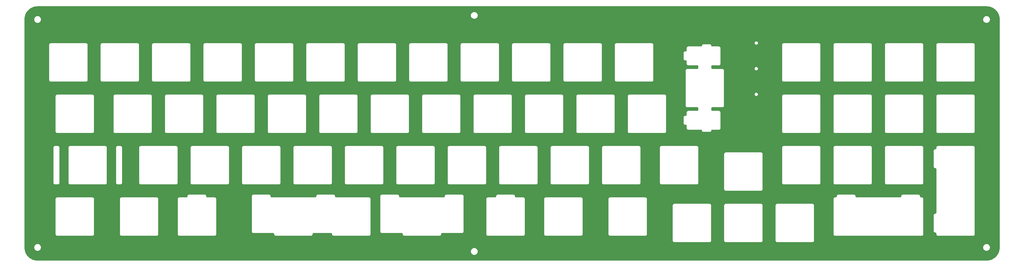
<source format=gtl>
G04 #@! TF.GenerationSoftware,KiCad,Pcbnew,7.0.1*
G04 #@! TF.CreationDate,2023-04-12T11:01:51-04:00*
G04 #@! TF.ProjectId,kastenwagen-1840-chunky-plate,6b617374-656e-4776-9167-656e2d313834,rev?*
G04 #@! TF.SameCoordinates,Original*
G04 #@! TF.FileFunction,Copper,L1,Top*
G04 #@! TF.FilePolarity,Positive*
%FSLAX46Y46*%
G04 Gerber Fmt 4.6, Leading zero omitted, Abs format (unit mm)*
G04 Created by KiCad (PCBNEW 7.0.1) date 2023-04-12 11:01:51*
%MOMM*%
%LPD*%
G01*
G04 APERTURE LIST*
G04 APERTURE END LIST*
G04 #@! TA.AperFunction,NonConductor*
G36*
X365502748Y-4600620D02*
G01*
X365921524Y-4618904D01*
X365932473Y-4619861D01*
X366345342Y-4674216D01*
X366356158Y-4676124D01*
X366559436Y-4721190D01*
X366762711Y-4766255D01*
X366773329Y-4769100D01*
X367170476Y-4894320D01*
X367180805Y-4898079D01*
X367565541Y-5057442D01*
X367575503Y-5062088D01*
X367944875Y-5254371D01*
X367954378Y-5259857D01*
X368088677Y-5345415D01*
X368305593Y-5483606D01*
X368314597Y-5489910D01*
X368644979Y-5743420D01*
X368653399Y-5750486D01*
X368960413Y-6031813D01*
X368968186Y-6039586D01*
X369249513Y-6346600D01*
X369256579Y-6355020D01*
X369510089Y-6685402D01*
X369516393Y-6694406D01*
X369740137Y-7045613D01*
X369745633Y-7055133D01*
X369937911Y-7424496D01*
X369942557Y-7434458D01*
X370101920Y-7819194D01*
X370105679Y-7829523D01*
X370230899Y-8226670D01*
X370233744Y-8237288D01*
X370323874Y-8643837D01*
X370325783Y-8654662D01*
X370380137Y-9067525D01*
X370381095Y-9078475D01*
X370399380Y-9497252D01*
X370399500Y-9502748D01*
X370399500Y-93997252D01*
X370399380Y-94002748D01*
X370381095Y-94421524D01*
X370380137Y-94432474D01*
X370325783Y-94845337D01*
X370323874Y-94856162D01*
X370233744Y-95262711D01*
X370230899Y-95273329D01*
X370105679Y-95670476D01*
X370101920Y-95680805D01*
X369942557Y-96065541D01*
X369937911Y-96075503D01*
X369745633Y-96444866D01*
X369740137Y-96454386D01*
X369516393Y-96805593D01*
X369510089Y-96814597D01*
X369256579Y-97144979D01*
X369249513Y-97153399D01*
X368968186Y-97460413D01*
X368960413Y-97468186D01*
X368653399Y-97749513D01*
X368644979Y-97756579D01*
X368314597Y-98010089D01*
X368305593Y-98016393D01*
X367954386Y-98240137D01*
X367944866Y-98245633D01*
X367575503Y-98437911D01*
X367565541Y-98442557D01*
X367180805Y-98601920D01*
X367170476Y-98605679D01*
X366773329Y-98730899D01*
X366762711Y-98733744D01*
X366356162Y-98823874D01*
X366345337Y-98825783D01*
X365932474Y-98880137D01*
X365921524Y-98881095D01*
X365502748Y-98899380D01*
X365497252Y-98899500D01*
X14002748Y-98899500D01*
X13997252Y-98899380D01*
X13578475Y-98881095D01*
X13567525Y-98880137D01*
X13154662Y-98825783D01*
X13143837Y-98823874D01*
X12737288Y-98733744D01*
X12726670Y-98730899D01*
X12329523Y-98605679D01*
X12319194Y-98601920D01*
X11934458Y-98442557D01*
X11924496Y-98437911D01*
X11555133Y-98245633D01*
X11545613Y-98240137D01*
X11194406Y-98016393D01*
X11185402Y-98010089D01*
X10855020Y-97756579D01*
X10846600Y-97749513D01*
X10539586Y-97468186D01*
X10531813Y-97460413D01*
X10250486Y-97153399D01*
X10243420Y-97144979D01*
X9989910Y-96814597D01*
X9983606Y-96805593D01*
X9903324Y-96679575D01*
X9759857Y-96454378D01*
X9754371Y-96444875D01*
X9562088Y-96075503D01*
X9557442Y-96065541D01*
X9398079Y-95680805D01*
X9394320Y-95670476D01*
X9340569Y-95499999D01*
X174494723Y-95499999D01*
X174513793Y-95717977D01*
X174570424Y-95929329D01*
X174662898Y-96127639D01*
X174788404Y-96306880D01*
X174943119Y-96461595D01*
X174943122Y-96461597D01*
X174943123Y-96461598D01*
X175122361Y-96587102D01*
X175320670Y-96679575D01*
X175532023Y-96736207D01*
X175750000Y-96755277D01*
X175967977Y-96736207D01*
X176179330Y-96679575D01*
X176377639Y-96587102D01*
X176556877Y-96461598D01*
X176711598Y-96306877D01*
X176837102Y-96127639D01*
X176929575Y-95929330D01*
X176986207Y-95717977D01*
X177005277Y-95500000D01*
X176986207Y-95282023D01*
X176929575Y-95070670D01*
X176837102Y-94872362D01*
X176821996Y-94850789D01*
X176711595Y-94693119D01*
X176556880Y-94538404D01*
X176377639Y-94412898D01*
X176179329Y-94320424D01*
X175967977Y-94263793D01*
X175750000Y-94244723D01*
X175532023Y-94263793D01*
X175320670Y-94320425D01*
X175320667Y-94320426D01*
X175320668Y-94320426D01*
X175122360Y-94412898D01*
X174943119Y-94538404D01*
X174788404Y-94693119D01*
X174662898Y-94872360D01*
X174621286Y-94961598D01*
X174570425Y-95070670D01*
X174520960Y-95255276D01*
X174513793Y-95282024D01*
X174494723Y-95499999D01*
X9340569Y-95499999D01*
X9269100Y-95273329D01*
X9266255Y-95262711D01*
X9179775Y-94872627D01*
X9176124Y-94856158D01*
X9174216Y-94845337D01*
X9119862Y-94432474D01*
X9118904Y-94421524D01*
X9100620Y-94002748D01*
X9100560Y-94000000D01*
X12744723Y-94000000D01*
X12763793Y-94217977D01*
X12820424Y-94429329D01*
X12912898Y-94627639D01*
X13038404Y-94806880D01*
X13193119Y-94961595D01*
X13193122Y-94961597D01*
X13193123Y-94961598D01*
X13372361Y-95087102D01*
X13570670Y-95179575D01*
X13782023Y-95236207D01*
X14000000Y-95255277D01*
X14217977Y-95236207D01*
X14429330Y-95179575D01*
X14627639Y-95087102D01*
X14806877Y-94961598D01*
X14961598Y-94806877D01*
X15087102Y-94627639D01*
X15179575Y-94429330D01*
X15236207Y-94217977D01*
X15255277Y-94000000D01*
X15255277Y-93999999D01*
X364244723Y-93999999D01*
X364263793Y-94217977D01*
X364320424Y-94429329D01*
X364412898Y-94627639D01*
X364538404Y-94806880D01*
X364693119Y-94961595D01*
X364693122Y-94961597D01*
X364693123Y-94961598D01*
X364872361Y-95087102D01*
X365070670Y-95179575D01*
X365282023Y-95236207D01*
X365500000Y-95255277D01*
X365717977Y-95236207D01*
X365929330Y-95179575D01*
X366127639Y-95087102D01*
X366306877Y-94961598D01*
X366461598Y-94806877D01*
X366587102Y-94627639D01*
X366679575Y-94429330D01*
X366736207Y-94217977D01*
X366755277Y-94000000D01*
X366736207Y-93782023D01*
X366679575Y-93570670D01*
X366587102Y-93372362D01*
X366461598Y-93193123D01*
X366461597Y-93193122D01*
X366461595Y-93193119D01*
X366306880Y-93038404D01*
X366127639Y-92912898D01*
X365929329Y-92820424D01*
X365717977Y-92763793D01*
X365500000Y-92744723D01*
X365499999Y-92744723D01*
X365391011Y-92754257D01*
X365282023Y-92763793D01*
X365070670Y-92820425D01*
X365070667Y-92820426D01*
X365070668Y-92820426D01*
X364872360Y-92912898D01*
X364693119Y-93038404D01*
X364538404Y-93193119D01*
X364412898Y-93372360D01*
X364320426Y-93570668D01*
X364263793Y-93782024D01*
X364244723Y-93999999D01*
X15255277Y-93999999D01*
X15236207Y-93782023D01*
X15179575Y-93570670D01*
X15087102Y-93372362D01*
X14961598Y-93193123D01*
X14961597Y-93193122D01*
X14961595Y-93193119D01*
X14806880Y-93038404D01*
X14627639Y-92912898D01*
X14429329Y-92820424D01*
X14217977Y-92763793D01*
X14000000Y-92744723D01*
X13999999Y-92744723D01*
X13891011Y-92754257D01*
X13782023Y-92763793D01*
X13570670Y-92820425D01*
X13570667Y-92820426D01*
X13570668Y-92820426D01*
X13372360Y-92912898D01*
X13193119Y-93038404D01*
X13038404Y-93193119D01*
X12912898Y-93372360D01*
X12820426Y-93570668D01*
X12763793Y-93782024D01*
X12744723Y-94000000D01*
X9100560Y-94000000D01*
X9100500Y-93997252D01*
X9100500Y-91385691D01*
X249280747Y-91385691D01*
X249280750Y-91431241D01*
X249280750Y-91462657D01*
X249280752Y-91462675D01*
X249280755Y-91498915D01*
X249301963Y-91591803D01*
X249310876Y-91630837D01*
X249369591Y-91752748D01*
X249453960Y-91858540D01*
X249559752Y-91942909D01*
X249681663Y-92001624D01*
X249813583Y-92031744D01*
X249841067Y-92031746D01*
X249841088Y-92031750D01*
X249865333Y-92031750D01*
X249881239Y-92031750D01*
X249881241Y-92031750D01*
X249908169Y-92031752D01*
X249908170Y-92031751D01*
X249926808Y-92031752D01*
X249926829Y-92031750D01*
X262835671Y-92031750D01*
X262835691Y-92031752D01*
X262854329Y-92031751D01*
X262854331Y-92031752D01*
X262881258Y-92031750D01*
X262881261Y-92031750D01*
X262911817Y-92031750D01*
X262911838Y-92031746D01*
X262948917Y-92031744D01*
X263080837Y-92001624D01*
X263202748Y-91942909D01*
X263308540Y-91858540D01*
X263392909Y-91752748D01*
X263451624Y-91630837D01*
X263481744Y-91498917D01*
X263481746Y-91461838D01*
X263481750Y-91461817D01*
X263481750Y-91431241D01*
X263481750Y-91431238D01*
X263481752Y-91404331D01*
X263481751Y-91404329D01*
X263481752Y-91385691D01*
X268330747Y-91385691D01*
X268330750Y-91431241D01*
X268330750Y-91462657D01*
X268330752Y-91462675D01*
X268330755Y-91498915D01*
X268351963Y-91591803D01*
X268360876Y-91630837D01*
X268419591Y-91752748D01*
X268503960Y-91858540D01*
X268609752Y-91942909D01*
X268731663Y-92001624D01*
X268863583Y-92031744D01*
X268891067Y-92031746D01*
X268891088Y-92031750D01*
X268915333Y-92031750D01*
X268931239Y-92031750D01*
X268931241Y-92031750D01*
X268958169Y-92031752D01*
X268958170Y-92031751D01*
X268976808Y-92031752D01*
X268976829Y-92031750D01*
X281885671Y-92031750D01*
X281885691Y-92031752D01*
X281904329Y-92031751D01*
X281904331Y-92031752D01*
X281931258Y-92031750D01*
X281931261Y-92031750D01*
X281961817Y-92031750D01*
X281961838Y-92031746D01*
X281998917Y-92031744D01*
X282130837Y-92001624D01*
X282252748Y-91942909D01*
X282358540Y-91858540D01*
X282442909Y-91752748D01*
X282501624Y-91630837D01*
X282531744Y-91498917D01*
X282531746Y-91461838D01*
X282531750Y-91461817D01*
X282531750Y-91431241D01*
X282531750Y-91431238D01*
X282531752Y-91404331D01*
X282531751Y-91404329D01*
X282531752Y-91385691D01*
X287380747Y-91385691D01*
X287380750Y-91431241D01*
X287380750Y-91462657D01*
X287380752Y-91462675D01*
X287380755Y-91498915D01*
X287401963Y-91591803D01*
X287410876Y-91630837D01*
X287469591Y-91752748D01*
X287553960Y-91858540D01*
X287659752Y-91942909D01*
X287781663Y-92001624D01*
X287913583Y-92031744D01*
X287941067Y-92031746D01*
X287941088Y-92031750D01*
X287965333Y-92031750D01*
X287981239Y-92031750D01*
X287981241Y-92031750D01*
X288008169Y-92031752D01*
X288008170Y-92031751D01*
X288026808Y-92031752D01*
X288026829Y-92031750D01*
X300935671Y-92031750D01*
X300935691Y-92031752D01*
X300954329Y-92031751D01*
X300954331Y-92031752D01*
X300981258Y-92031750D01*
X300981261Y-92031750D01*
X301011817Y-92031750D01*
X301011838Y-92031746D01*
X301048917Y-92031744D01*
X301180837Y-92001624D01*
X301302748Y-91942909D01*
X301408540Y-91858540D01*
X301492909Y-91752748D01*
X301551624Y-91630837D01*
X301581744Y-91498917D01*
X301581746Y-91461838D01*
X301581750Y-91461817D01*
X301581750Y-91431241D01*
X301581750Y-91431238D01*
X301581752Y-91404331D01*
X301581751Y-91404329D01*
X301581752Y-91385691D01*
X301581750Y-91385671D01*
X301581750Y-89117660D01*
X308812000Y-89117660D01*
X308842110Y-89249587D01*
X308842195Y-89249763D01*
X308900825Y-89371507D01*
X308985195Y-89477305D01*
X309090993Y-89561675D01*
X309212912Y-89620389D01*
X309344840Y-89650500D01*
X309396583Y-89650500D01*
X309412500Y-89650500D01*
X309439429Y-89650500D01*
X341435571Y-89650500D01*
X341478417Y-89650500D01*
X341530160Y-89650500D01*
X341662088Y-89620389D01*
X341784007Y-89561675D01*
X341889805Y-89477305D01*
X341974175Y-89371507D01*
X342032889Y-89249588D01*
X342063000Y-89117660D01*
X342063000Y-89050000D01*
X342063000Y-89023071D01*
X342063000Y-87905660D01*
X345912000Y-87905660D01*
X345942110Y-88037587D01*
X345955827Y-88066070D01*
X346000825Y-88159507D01*
X346085195Y-88265305D01*
X346190993Y-88349675D01*
X346312912Y-88408389D01*
X346444840Y-88438500D01*
X346485571Y-88438500D01*
X346504241Y-88438500D01*
X346520687Y-88439578D01*
X346533815Y-88441306D01*
X346599455Y-88449948D01*
X346631217Y-88458458D01*
X346696929Y-88485677D01*
X346725403Y-88502116D01*
X346781837Y-88545419D01*
X346805080Y-88568662D01*
X346848382Y-88625094D01*
X346864823Y-88653572D01*
X346885708Y-88703993D01*
X346892039Y-88719276D01*
X346900552Y-88751047D01*
X346910922Y-88829812D01*
X346912000Y-88846259D01*
X346912000Y-89117660D01*
X346942110Y-89249587D01*
X346942195Y-89249763D01*
X347000825Y-89371507D01*
X347085195Y-89477305D01*
X347190993Y-89561675D01*
X347312912Y-89620389D01*
X347444840Y-89650500D01*
X347496583Y-89650500D01*
X347512500Y-89650500D01*
X347539429Y-89650500D01*
X360485571Y-89650500D01*
X360528417Y-89650500D01*
X360580160Y-89650500D01*
X360712088Y-89620389D01*
X360834007Y-89561675D01*
X360939805Y-89477305D01*
X361024175Y-89371507D01*
X361082889Y-89249588D01*
X361113000Y-89117660D01*
X361113000Y-89050000D01*
X361113000Y-89023071D01*
X361113000Y-56984083D01*
X361113000Y-56932340D01*
X361082889Y-56800412D01*
X361024175Y-56678493D01*
X360939805Y-56572695D01*
X360834007Y-56488325D01*
X360773047Y-56458967D01*
X360712087Y-56429610D01*
X360580160Y-56399500D01*
X360528417Y-56399500D01*
X347539429Y-56399500D01*
X347512500Y-56399500D01*
X347444840Y-56399500D01*
X347312912Y-56429610D01*
X347190991Y-56488326D01*
X347085195Y-56572695D01*
X347000826Y-56678491D01*
X346942110Y-56800412D01*
X346912000Y-56932340D01*
X346912000Y-57203741D01*
X346910922Y-57220188D01*
X346900552Y-57298952D01*
X346892039Y-57330723D01*
X346864824Y-57396426D01*
X346848379Y-57424908D01*
X346805083Y-57481333D01*
X346781833Y-57504583D01*
X346725408Y-57547879D01*
X346696926Y-57564324D01*
X346631223Y-57591539D01*
X346599452Y-57600052D01*
X346520688Y-57610422D01*
X346504241Y-57611500D01*
X346444840Y-57611500D01*
X346312912Y-57641610D01*
X346190991Y-57700326D01*
X346085195Y-57784695D01*
X346000826Y-57890491D01*
X345942110Y-58012412D01*
X345912000Y-58144340D01*
X345912000Y-64029660D01*
X345942110Y-64161587D01*
X345971468Y-64222547D01*
X346000825Y-64283507D01*
X346085195Y-64389305D01*
X346190993Y-64473675D01*
X346312912Y-64532389D01*
X346444840Y-64562500D01*
X346485571Y-64562500D01*
X346504241Y-64562500D01*
X346520687Y-64563578D01*
X346533815Y-64565306D01*
X346599455Y-64573948D01*
X346631217Y-64582458D01*
X346696929Y-64609677D01*
X346725403Y-64626116D01*
X346781837Y-64669419D01*
X346805080Y-64692662D01*
X346848382Y-64749094D01*
X346864824Y-64777573D01*
X346892039Y-64843276D01*
X346900552Y-64875047D01*
X346910922Y-64953812D01*
X346912000Y-64970259D01*
X346912000Y-81079741D01*
X346910922Y-81096188D01*
X346900552Y-81174952D01*
X346892039Y-81206723D01*
X346864824Y-81272426D01*
X346848379Y-81300908D01*
X346805083Y-81357333D01*
X346781833Y-81380583D01*
X346725408Y-81423879D01*
X346696926Y-81440324D01*
X346631223Y-81467539D01*
X346599452Y-81476052D01*
X346520688Y-81486422D01*
X346504241Y-81487500D01*
X346444840Y-81487500D01*
X346312912Y-81517610D01*
X346190991Y-81576326D01*
X346085195Y-81660695D01*
X346000826Y-81766491D01*
X345942110Y-81888412D01*
X345912000Y-82020340D01*
X345912000Y-87905660D01*
X342063000Y-87905660D01*
X342063000Y-76034083D01*
X342063000Y-75982340D01*
X342032889Y-75850412D01*
X341974175Y-75728493D01*
X341889805Y-75622695D01*
X341784007Y-75538325D01*
X341723047Y-75508967D01*
X341662087Y-75479610D01*
X341530160Y-75449500D01*
X341478417Y-75449500D01*
X341258759Y-75449500D01*
X341242312Y-75448422D01*
X341163547Y-75438052D01*
X341131776Y-75429539D01*
X341066073Y-75402324D01*
X341037594Y-75385882D01*
X340981162Y-75342580D01*
X340957919Y-75319337D01*
X340914613Y-75262899D01*
X340898177Y-75234429D01*
X340870958Y-75168717D01*
X340862448Y-75136955D01*
X340852078Y-75058187D01*
X340851000Y-75041741D01*
X340851000Y-74982340D01*
X340820889Y-74850412D01*
X340780975Y-74767532D01*
X340762175Y-74728493D01*
X340677805Y-74622695D01*
X340572007Y-74538325D01*
X340511047Y-74508968D01*
X340450087Y-74479610D01*
X340318160Y-74449500D01*
X340266417Y-74449500D01*
X334527429Y-74449500D01*
X334500500Y-74449500D01*
X334432840Y-74449500D01*
X334300912Y-74479610D01*
X334178991Y-74538326D01*
X334073195Y-74622695D01*
X333988826Y-74728491D01*
X333930110Y-74850412D01*
X333900000Y-74982340D01*
X333900000Y-75041741D01*
X333898922Y-75058188D01*
X333888552Y-75136952D01*
X333880039Y-75168723D01*
X333852824Y-75234426D01*
X333836379Y-75262908D01*
X333793083Y-75319333D01*
X333769833Y-75342583D01*
X333713408Y-75385879D01*
X333684926Y-75402324D01*
X333619223Y-75429539D01*
X333587452Y-75438052D01*
X333508688Y-75448422D01*
X333492241Y-75449500D01*
X317382759Y-75449500D01*
X317366312Y-75448422D01*
X317287547Y-75438052D01*
X317255776Y-75429539D01*
X317190073Y-75402324D01*
X317161594Y-75385882D01*
X317105162Y-75342580D01*
X317081919Y-75319337D01*
X317038613Y-75262899D01*
X317022177Y-75234429D01*
X316994958Y-75168717D01*
X316986448Y-75136955D01*
X316976078Y-75058187D01*
X316975000Y-75041741D01*
X316975000Y-74982340D01*
X316944889Y-74850412D01*
X316904975Y-74767532D01*
X316886175Y-74728493D01*
X316801805Y-74622695D01*
X316696007Y-74538325D01*
X316635047Y-74508968D01*
X316574087Y-74479610D01*
X316442160Y-74449500D01*
X316390417Y-74449500D01*
X310651429Y-74449500D01*
X310624500Y-74449500D01*
X310556840Y-74449500D01*
X310424912Y-74479610D01*
X310302991Y-74538326D01*
X310197195Y-74622695D01*
X310112826Y-74728491D01*
X310054110Y-74850412D01*
X310024000Y-74982340D01*
X310024000Y-75041741D01*
X310022922Y-75058188D01*
X310012552Y-75136952D01*
X310004039Y-75168723D01*
X309976824Y-75234426D01*
X309960379Y-75262908D01*
X309917083Y-75319333D01*
X309893833Y-75342583D01*
X309837408Y-75385879D01*
X309808926Y-75402324D01*
X309743223Y-75429539D01*
X309711452Y-75438052D01*
X309632688Y-75448422D01*
X309616241Y-75449500D01*
X309344840Y-75449500D01*
X309212912Y-75479610D01*
X309090991Y-75538326D01*
X308985195Y-75622695D01*
X308900826Y-75728491D01*
X308842110Y-75850412D01*
X308812000Y-75982340D01*
X308812000Y-89117660D01*
X301581750Y-89117660D01*
X301581750Y-78476829D01*
X301581752Y-78476808D01*
X301581751Y-78458170D01*
X301581752Y-78458169D01*
X301581750Y-78431240D01*
X301581750Y-78415333D01*
X301581750Y-78391088D01*
X301581746Y-78391067D01*
X301581744Y-78363584D01*
X301573588Y-78327863D01*
X301551624Y-78231663D01*
X301492909Y-78109752D01*
X301408540Y-78003960D01*
X301302748Y-77919591D01*
X301180837Y-77860876D01*
X301141803Y-77851963D01*
X301048915Y-77830755D01*
X301012675Y-77830752D01*
X301012657Y-77830750D01*
X300997167Y-77830750D01*
X300981261Y-77830750D01*
X300981252Y-77830749D01*
X300954330Y-77830748D01*
X300935691Y-77830747D01*
X300935671Y-77830750D01*
X288026829Y-77830750D01*
X288026808Y-77830747D01*
X288008169Y-77830748D01*
X287981247Y-77830749D01*
X287981239Y-77830750D01*
X287952880Y-77830750D01*
X287952858Y-77830752D01*
X287913584Y-77830755D01*
X287781663Y-77860876D01*
X287659752Y-77919591D01*
X287553960Y-78003960D01*
X287469591Y-78109752D01*
X287410876Y-78231663D01*
X287380755Y-78363584D01*
X287380752Y-78402858D01*
X287380750Y-78402880D01*
X287380750Y-78431239D01*
X287380747Y-78476808D01*
X287380750Y-78476829D01*
X287380750Y-91385671D01*
X287380747Y-91385691D01*
X282531752Y-91385691D01*
X282531750Y-91385671D01*
X282531750Y-78476829D01*
X282531752Y-78476808D01*
X282531751Y-78458170D01*
X282531752Y-78458169D01*
X282531750Y-78431240D01*
X282531750Y-78415333D01*
X282531750Y-78391088D01*
X282531746Y-78391067D01*
X282531744Y-78363584D01*
X282523588Y-78327863D01*
X282501624Y-78231663D01*
X282442909Y-78109752D01*
X282358540Y-78003960D01*
X282252748Y-77919591D01*
X282130837Y-77860876D01*
X282091803Y-77851963D01*
X281998915Y-77830755D01*
X281962675Y-77830752D01*
X281962657Y-77830750D01*
X281947167Y-77830750D01*
X281931261Y-77830750D01*
X281931252Y-77830749D01*
X281904330Y-77830748D01*
X281885691Y-77830747D01*
X281885671Y-77830750D01*
X268976829Y-77830750D01*
X268976808Y-77830747D01*
X268958169Y-77830748D01*
X268931247Y-77830749D01*
X268931239Y-77830750D01*
X268902880Y-77830750D01*
X268902858Y-77830752D01*
X268863584Y-77830755D01*
X268731663Y-77860876D01*
X268609752Y-77919591D01*
X268503960Y-78003960D01*
X268419591Y-78109752D01*
X268360876Y-78231663D01*
X268330755Y-78363584D01*
X268330752Y-78402858D01*
X268330750Y-78402880D01*
X268330750Y-78431239D01*
X268330747Y-78476808D01*
X268330750Y-78476829D01*
X268330750Y-91385671D01*
X268330747Y-91385691D01*
X263481752Y-91385691D01*
X263481750Y-91385671D01*
X263481750Y-78476829D01*
X263481752Y-78476808D01*
X263481751Y-78458170D01*
X263481752Y-78458169D01*
X263481750Y-78431240D01*
X263481750Y-78415333D01*
X263481750Y-78391088D01*
X263481746Y-78391067D01*
X263481744Y-78363584D01*
X263473588Y-78327863D01*
X263451624Y-78231663D01*
X263392909Y-78109752D01*
X263308540Y-78003960D01*
X263202748Y-77919591D01*
X263080837Y-77860876D01*
X263041803Y-77851963D01*
X262948915Y-77830755D01*
X262912675Y-77830752D01*
X262912657Y-77830750D01*
X262897167Y-77830750D01*
X262881261Y-77830750D01*
X262881252Y-77830749D01*
X262854330Y-77830748D01*
X262835691Y-77830747D01*
X262835671Y-77830750D01*
X249926829Y-77830750D01*
X249926808Y-77830747D01*
X249908169Y-77830748D01*
X249881247Y-77830749D01*
X249881239Y-77830750D01*
X249852880Y-77830750D01*
X249852858Y-77830752D01*
X249813584Y-77830755D01*
X249681663Y-77860876D01*
X249559752Y-77919591D01*
X249453960Y-78003960D01*
X249369591Y-78109752D01*
X249310876Y-78231663D01*
X249280755Y-78363584D01*
X249280752Y-78402858D01*
X249280750Y-78402880D01*
X249280750Y-78431239D01*
X249280747Y-78476808D01*
X249280750Y-78476829D01*
X249280750Y-91385671D01*
X249280747Y-91385691D01*
X9100500Y-91385691D01*
X9100500Y-89085440D01*
X20680750Y-89085440D01*
X20680799Y-89085754D01*
X20680799Y-89117657D01*
X20710905Y-89249572D01*
X20769614Y-89371491D01*
X20853973Y-89477283D01*
X20959759Y-89561655D01*
X21018477Y-89589936D01*
X21081668Y-89620373D01*
X21164538Y-89639295D01*
X21213582Y-89650494D01*
X21213616Y-89650494D01*
X21241067Y-89650496D01*
X21241088Y-89650500D01*
X21265333Y-89650500D01*
X21281239Y-89650500D01*
X21281241Y-89650500D01*
X21308169Y-89650502D01*
X21308170Y-89650501D01*
X21326808Y-89650502D01*
X21326829Y-89650500D01*
X34229022Y-89650500D01*
X34229298Y-89650554D01*
X34281260Y-89650550D01*
X34348904Y-89650544D01*
X34348922Y-89650544D01*
X34373446Y-89644944D01*
X34480849Y-89620420D01*
X34602766Y-89561697D01*
X34708561Y-89477319D01*
X34792929Y-89371515D01*
X34851640Y-89249592D01*
X34851645Y-89249572D01*
X34881750Y-89117664D01*
X34881750Y-89085440D01*
X44493250Y-89085440D01*
X44493299Y-89085754D01*
X44493299Y-89117657D01*
X44523405Y-89249572D01*
X44582114Y-89371491D01*
X44666473Y-89477283D01*
X44772259Y-89561655D01*
X44830977Y-89589936D01*
X44894168Y-89620373D01*
X44977038Y-89639295D01*
X45026082Y-89650494D01*
X45026116Y-89650494D01*
X45053567Y-89650496D01*
X45053588Y-89650500D01*
X45077833Y-89650500D01*
X45093739Y-89650500D01*
X45093741Y-89650500D01*
X45120669Y-89650502D01*
X45120670Y-89650501D01*
X45139308Y-89650502D01*
X45139329Y-89650500D01*
X58041522Y-89650500D01*
X58041798Y-89650554D01*
X58093760Y-89650550D01*
X58161404Y-89650544D01*
X58161422Y-89650544D01*
X58185946Y-89644944D01*
X58293349Y-89620420D01*
X58415266Y-89561697D01*
X58521061Y-89477319D01*
X58605429Y-89371515D01*
X58664140Y-89249592D01*
X58664145Y-89249572D01*
X58694250Y-89117664D01*
X58694250Y-89117660D01*
X65924500Y-89117660D01*
X65954610Y-89249587D01*
X65954695Y-89249763D01*
X66013325Y-89371507D01*
X66097695Y-89477305D01*
X66203493Y-89561675D01*
X66325412Y-89620389D01*
X66457340Y-89650500D01*
X66509083Y-89650500D01*
X66525000Y-89650500D01*
X66551929Y-89650500D01*
X79498071Y-89650500D01*
X79540917Y-89650500D01*
X79592660Y-89650500D01*
X79724588Y-89620389D01*
X79846507Y-89561675D01*
X79952305Y-89477305D01*
X80036675Y-89371507D01*
X80095389Y-89249588D01*
X80125500Y-89117660D01*
X80125500Y-89050000D01*
X80125500Y-89023071D01*
X80125500Y-88085440D01*
X93330250Y-88085440D01*
X93330299Y-88085754D01*
X93330299Y-88117657D01*
X93360405Y-88249572D01*
X93419114Y-88371491D01*
X93503473Y-88477283D01*
X93609259Y-88561655D01*
X93623824Y-88568670D01*
X93731168Y-88620373D01*
X93814038Y-88639295D01*
X93863082Y-88650494D01*
X93863116Y-88650494D01*
X93890567Y-88650496D01*
X93890588Y-88650500D01*
X93914833Y-88650500D01*
X93930739Y-88650500D01*
X93930741Y-88650500D01*
X93957669Y-88650502D01*
X93957670Y-88650501D01*
X93976308Y-88650502D01*
X93976329Y-88650500D01*
X101235472Y-88650500D01*
X101251928Y-88651579D01*
X101281329Y-88655452D01*
X101330688Y-88661954D01*
X101362453Y-88670469D01*
X101428149Y-88697687D01*
X101456629Y-88714132D01*
X101483302Y-88734602D01*
X101513044Y-88757427D01*
X101536298Y-88780683D01*
X101568063Y-88822083D01*
X101573993Y-88829812D01*
X101579587Y-88837102D01*
X101596030Y-88865584D01*
X101621945Y-88928154D01*
X101623242Y-88931284D01*
X101631753Y-88963052D01*
X101642172Y-89042193D01*
X101643250Y-89058639D01*
X101643250Y-89093307D01*
X101643299Y-89093679D01*
X101643299Y-89117657D01*
X101673405Y-89249572D01*
X101732114Y-89371491D01*
X101816473Y-89477283D01*
X101922259Y-89561655D01*
X101980977Y-89589936D01*
X102044168Y-89620373D01*
X102127038Y-89639295D01*
X102176082Y-89650494D01*
X102176116Y-89650494D01*
X102203567Y-89650496D01*
X102203588Y-89650500D01*
X102227833Y-89650500D01*
X102243739Y-89650500D01*
X102243741Y-89650500D01*
X102270669Y-89650502D01*
X102270670Y-89650501D01*
X102289308Y-89650502D01*
X102289329Y-89650500D01*
X115191522Y-89650500D01*
X115191798Y-89650554D01*
X115243760Y-89650550D01*
X115311404Y-89650544D01*
X115311422Y-89650544D01*
X115335946Y-89644944D01*
X115443349Y-89620420D01*
X115565266Y-89561697D01*
X115671061Y-89477319D01*
X115755429Y-89371515D01*
X115814140Y-89249592D01*
X115814145Y-89249572D01*
X115844250Y-89117664D01*
X115844250Y-89058257D01*
X115845328Y-89041812D01*
X115855698Y-88963040D01*
X115864210Y-88931271D01*
X115891414Y-88865589D01*
X115891427Y-88865558D01*
X115907865Y-88837082D01*
X115951167Y-88780645D01*
X115974413Y-88757396D01*
X116030850Y-88714085D01*
X116059321Y-88697645D01*
X116125034Y-88670420D01*
X116156795Y-88661907D01*
X116223297Y-88653145D01*
X116235191Y-88651579D01*
X116251648Y-88650500D01*
X122648071Y-88650500D01*
X122666741Y-88650500D01*
X122683187Y-88651578D01*
X122696315Y-88653306D01*
X122761955Y-88661948D01*
X122793717Y-88670458D01*
X122859429Y-88697677D01*
X122887903Y-88714116D01*
X122944337Y-88757419D01*
X122967580Y-88780662D01*
X123010882Y-88837094D01*
X123027324Y-88865573D01*
X123054539Y-88931276D01*
X123063052Y-88963047D01*
X123073422Y-89041812D01*
X123074500Y-89058259D01*
X123074500Y-89117660D01*
X123104610Y-89249587D01*
X123104695Y-89249763D01*
X123163325Y-89371507D01*
X123247695Y-89477305D01*
X123353493Y-89561675D01*
X123475412Y-89620389D01*
X123607340Y-89650500D01*
X123659083Y-89650500D01*
X123675000Y-89650500D01*
X123701929Y-89650500D01*
X136648071Y-89650500D01*
X136690917Y-89650500D01*
X136742660Y-89650500D01*
X136874588Y-89620389D01*
X136996507Y-89561675D01*
X137102305Y-89477305D01*
X137186675Y-89371507D01*
X137245389Y-89249588D01*
X137275500Y-89117660D01*
X137275500Y-89050000D01*
X137275500Y-89023071D01*
X137275500Y-87998082D01*
X140955191Y-87998082D01*
X140955200Y-88050020D01*
X140955212Y-88117679D01*
X140970355Y-88183977D01*
X140985344Y-88249600D01*
X141044069Y-88371507D01*
X141128447Y-88477300D01*
X141234241Y-88561661D01*
X141356159Y-88620376D01*
X141488078Y-88650494D01*
X141488129Y-88650494D01*
X141515567Y-88650496D01*
X141515588Y-88650500D01*
X141539833Y-88650500D01*
X141555739Y-88650500D01*
X141555741Y-88650500D01*
X141582669Y-88650502D01*
X141582670Y-88650501D01*
X141601308Y-88650502D01*
X141601329Y-88650500D01*
X148860476Y-88650500D01*
X148876930Y-88651579D01*
X148892068Y-88653573D01*
X148955701Y-88661955D01*
X148987465Y-88670468D01*
X149053181Y-88697691D01*
X149081657Y-88714131D01*
X149138088Y-88757430D01*
X149161340Y-88780680D01*
X149204647Y-88837110D01*
X149221093Y-88865589D01*
X149248319Y-88931296D01*
X149256835Y-88963060D01*
X149267120Y-89041080D01*
X149268201Y-89057524D01*
X149268203Y-89065917D01*
X149268212Y-89117679D01*
X149286291Y-89196830D01*
X149298344Y-89249600D01*
X149357069Y-89371507D01*
X149441447Y-89477300D01*
X149547241Y-89561661D01*
X149669159Y-89620376D01*
X149801078Y-89650494D01*
X149801129Y-89650494D01*
X149828567Y-89650496D01*
X149828588Y-89650500D01*
X149852833Y-89650500D01*
X149868739Y-89650500D01*
X149868741Y-89650500D01*
X149895669Y-89650502D01*
X149895670Y-89650501D01*
X149914308Y-89650502D01*
X149914329Y-89650500D01*
X162904716Y-89650500D01*
X162905004Y-89650452D01*
X162936399Y-89650456D01*
X163068326Y-89620356D01*
X163190247Y-89561653D01*
X163296047Y-89477290D01*
X163380421Y-89371498D01*
X163439136Y-89249583D01*
X163461090Y-89153405D01*
X163469249Y-89117662D01*
X163469249Y-89117660D01*
X180224500Y-89117660D01*
X180254610Y-89249587D01*
X180254695Y-89249763D01*
X180313325Y-89371507D01*
X180397695Y-89477305D01*
X180503493Y-89561675D01*
X180625412Y-89620389D01*
X180757340Y-89650500D01*
X180809083Y-89650500D01*
X180825000Y-89650500D01*
X180851929Y-89650500D01*
X193798071Y-89650500D01*
X193840917Y-89650500D01*
X193892660Y-89650500D01*
X194024588Y-89620389D01*
X194146507Y-89561675D01*
X194252305Y-89477305D01*
X194336675Y-89371507D01*
X194395389Y-89249588D01*
X194425500Y-89117660D01*
X194425500Y-89085440D01*
X201655750Y-89085440D01*
X201655799Y-89085754D01*
X201655799Y-89117657D01*
X201685905Y-89249572D01*
X201744614Y-89371491D01*
X201828973Y-89477283D01*
X201934759Y-89561655D01*
X201993477Y-89589936D01*
X202056668Y-89620373D01*
X202139538Y-89639295D01*
X202188582Y-89650494D01*
X202188616Y-89650494D01*
X202216067Y-89650496D01*
X202216088Y-89650500D01*
X202240333Y-89650500D01*
X202256239Y-89650500D01*
X202256241Y-89650500D01*
X202283169Y-89650502D01*
X202283170Y-89650501D01*
X202301808Y-89650502D01*
X202301829Y-89650500D01*
X215204022Y-89650500D01*
X215204298Y-89650554D01*
X215256260Y-89650550D01*
X215323904Y-89650544D01*
X215323922Y-89650544D01*
X215348446Y-89644944D01*
X215455849Y-89620420D01*
X215577766Y-89561697D01*
X215683561Y-89477319D01*
X215767929Y-89371515D01*
X215826640Y-89249592D01*
X215826645Y-89249572D01*
X215856750Y-89117664D01*
X215856750Y-89085440D01*
X225468250Y-89085440D01*
X225468299Y-89085754D01*
X225468299Y-89117657D01*
X225498405Y-89249572D01*
X225557114Y-89371491D01*
X225641473Y-89477283D01*
X225747259Y-89561655D01*
X225805977Y-89589936D01*
X225869168Y-89620373D01*
X225952038Y-89639295D01*
X226001082Y-89650494D01*
X226001116Y-89650494D01*
X226028567Y-89650496D01*
X226028588Y-89650500D01*
X226052833Y-89650500D01*
X226068739Y-89650500D01*
X226068741Y-89650500D01*
X226095669Y-89650502D01*
X226095670Y-89650501D01*
X226114308Y-89650502D01*
X226114329Y-89650500D01*
X239016522Y-89650500D01*
X239016798Y-89650554D01*
X239068760Y-89650550D01*
X239136404Y-89650544D01*
X239136422Y-89650544D01*
X239160946Y-89644944D01*
X239268349Y-89620420D01*
X239390266Y-89561697D01*
X239496061Y-89477319D01*
X239580429Y-89371515D01*
X239639140Y-89249592D01*
X239639145Y-89249572D01*
X239669250Y-89117664D01*
X239669250Y-76014300D01*
X239669200Y-76013984D01*
X239669201Y-75982344D01*
X239654146Y-75916384D01*
X239639094Y-75850427D01*
X239635433Y-75842826D01*
X239580387Y-75728511D01*
X239580369Y-75728488D01*
X239496026Y-75622716D01*
X239390240Y-75538344D01*
X239268332Y-75479627D01*
X239136416Y-75449505D01*
X239100175Y-75449502D01*
X239100157Y-75449500D01*
X239084667Y-75449500D01*
X239068761Y-75449500D01*
X239068752Y-75449499D01*
X239041830Y-75449498D01*
X239023191Y-75449497D01*
X239023171Y-75449500D01*
X226120978Y-75449500D01*
X226120701Y-75449445D01*
X226001077Y-75449455D01*
X225869150Y-75479580D01*
X225747236Y-75538301D01*
X225641438Y-75622680D01*
X225557068Y-75728488D01*
X225498359Y-75850407D01*
X225468250Y-75982336D01*
X225468250Y-89085440D01*
X215856750Y-89085440D01*
X215856750Y-76014300D01*
X215856700Y-76013984D01*
X215856701Y-75982344D01*
X215841646Y-75916384D01*
X215826594Y-75850427D01*
X215822933Y-75842826D01*
X215767887Y-75728511D01*
X215767869Y-75728488D01*
X215683526Y-75622716D01*
X215577740Y-75538344D01*
X215455832Y-75479627D01*
X215323916Y-75449505D01*
X215287675Y-75449502D01*
X215287657Y-75449500D01*
X215272167Y-75449500D01*
X215256261Y-75449500D01*
X215256252Y-75449499D01*
X215229330Y-75449498D01*
X215210691Y-75449497D01*
X215210671Y-75449500D01*
X202308478Y-75449500D01*
X202308201Y-75449445D01*
X202188577Y-75449455D01*
X202056650Y-75479580D01*
X201934736Y-75538301D01*
X201828938Y-75622680D01*
X201744568Y-75728488D01*
X201685859Y-75850407D01*
X201655750Y-75982336D01*
X201655750Y-89085440D01*
X194425500Y-89085440D01*
X194425500Y-89050000D01*
X194425500Y-89023071D01*
X194425500Y-76034083D01*
X194425500Y-75982340D01*
X194395389Y-75850412D01*
X194336675Y-75728493D01*
X194252305Y-75622695D01*
X194146507Y-75538325D01*
X194085547Y-75508967D01*
X194024587Y-75479610D01*
X193892660Y-75449500D01*
X193840917Y-75449500D01*
X191208259Y-75449500D01*
X191191812Y-75448422D01*
X191113047Y-75438052D01*
X191081276Y-75429539D01*
X191015573Y-75402324D01*
X190987094Y-75385882D01*
X190930662Y-75342580D01*
X190907419Y-75319337D01*
X190864113Y-75262899D01*
X190847677Y-75234429D01*
X190820458Y-75168717D01*
X190811948Y-75136955D01*
X190801578Y-75058187D01*
X190800500Y-75041741D01*
X190800500Y-74982340D01*
X190770389Y-74850412D01*
X190730475Y-74767532D01*
X190711675Y-74728493D01*
X190627305Y-74622695D01*
X190521507Y-74538325D01*
X190460547Y-74508968D01*
X190399587Y-74479610D01*
X190267660Y-74449500D01*
X190215917Y-74449500D01*
X184476929Y-74449500D01*
X184450000Y-74449500D01*
X184382340Y-74449500D01*
X184250412Y-74479610D01*
X184128491Y-74538326D01*
X184022695Y-74622695D01*
X183938326Y-74728491D01*
X183879610Y-74850412D01*
X183849500Y-74982340D01*
X183849500Y-75041741D01*
X183848422Y-75058188D01*
X183838052Y-75136952D01*
X183829539Y-75168723D01*
X183802324Y-75234426D01*
X183785879Y-75262908D01*
X183742583Y-75319333D01*
X183719333Y-75342583D01*
X183662908Y-75385879D01*
X183634426Y-75402324D01*
X183568723Y-75429539D01*
X183536952Y-75438052D01*
X183458188Y-75448422D01*
X183441741Y-75449500D01*
X180757340Y-75449500D01*
X180625412Y-75479610D01*
X180503491Y-75538326D01*
X180397695Y-75622695D01*
X180313326Y-75728491D01*
X180254610Y-75850412D01*
X180224500Y-75982340D01*
X180224500Y-89117660D01*
X163469249Y-89117660D01*
X163469249Y-89085440D01*
X163469249Y-89058247D01*
X163470326Y-89041827D01*
X163480699Y-88963047D01*
X163489209Y-88931286D01*
X163516427Y-88865582D01*
X163532869Y-88837106D01*
X163576164Y-88780687D01*
X163599414Y-88757439D01*
X163655842Y-88714146D01*
X163684315Y-88697709D01*
X163750026Y-88670496D01*
X163781787Y-88661989D01*
X163860947Y-88651575D01*
X163877370Y-88650500D01*
X163895669Y-88650502D01*
X163895670Y-88650500D01*
X163914308Y-88650502D01*
X163914329Y-88650500D01*
X171217716Y-88650500D01*
X171218004Y-88650452D01*
X171249399Y-88650456D01*
X171381326Y-88620356D01*
X171503247Y-88561653D01*
X171609047Y-88477290D01*
X171693421Y-88371498D01*
X171752136Y-88249583D01*
X171781603Y-88120489D01*
X171782249Y-88117660D01*
X171782250Y-88050002D01*
X171782250Y-75102214D01*
X171782308Y-75101917D01*
X171782299Y-75049980D01*
X171782300Y-75049980D01*
X171782288Y-74982321D01*
X171752156Y-74850402D01*
X171693430Y-74728492D01*
X171673890Y-74703993D01*
X171609052Y-74622699D01*
X171503258Y-74538338D01*
X171381341Y-74479623D01*
X171249419Y-74449505D01*
X171213175Y-74449502D01*
X171213157Y-74449500D01*
X171197667Y-74449500D01*
X171181761Y-74449500D01*
X171181752Y-74449499D01*
X171154830Y-74449498D01*
X171136191Y-74449497D01*
X171136171Y-74449500D01*
X165396309Y-74449500D01*
X165396010Y-74449546D01*
X165364101Y-74449543D01*
X165232174Y-74479644D01*
X165110252Y-74538347D01*
X165004452Y-74622709D01*
X164920080Y-74728500D01*
X164861363Y-74850419D01*
X164831250Y-74982339D01*
X164831250Y-75041740D01*
X164830172Y-75058189D01*
X164819802Y-75136945D01*
X164811288Y-75168717D01*
X164784074Y-75234413D01*
X164767626Y-75262899D01*
X164724341Y-75319305D01*
X164701079Y-75342565D01*
X164644663Y-75385849D01*
X164616175Y-75402294D01*
X164583327Y-75415897D01*
X164550481Y-75429500D01*
X164518707Y-75438011D01*
X164439564Y-75448423D01*
X164423122Y-75449499D01*
X164405300Y-75449498D01*
X164404830Y-75449498D01*
X164386191Y-75449497D01*
X164386171Y-75449500D01*
X148314024Y-75449500D01*
X148297569Y-75448421D01*
X148218799Y-75438044D01*
X148187034Y-75429531D01*
X148121318Y-75402308D01*
X148092839Y-75385866D01*
X148092817Y-75385849D01*
X148036411Y-75342569D01*
X148013159Y-75319319D01*
X147969852Y-75262889D01*
X147953406Y-75234410D01*
X147926179Y-75168701D01*
X147917664Y-75136940D01*
X147915122Y-75117661D01*
X147907378Y-75058920D01*
X147906298Y-75042488D01*
X147906288Y-74982321D01*
X147876156Y-74850402D01*
X147817430Y-74728492D01*
X147797890Y-74703993D01*
X147733052Y-74622699D01*
X147627258Y-74538338D01*
X147505341Y-74479623D01*
X147373419Y-74449505D01*
X147337175Y-74449502D01*
X147337157Y-74449500D01*
X147321667Y-74449500D01*
X147305761Y-74449500D01*
X147305752Y-74449499D01*
X147278830Y-74449498D01*
X147260191Y-74449497D01*
X147260171Y-74449500D01*
X141520309Y-74449500D01*
X141520010Y-74449546D01*
X141488101Y-74449543D01*
X141356174Y-74479644D01*
X141234252Y-74538347D01*
X141128452Y-74622709D01*
X141044080Y-74728500D01*
X140985363Y-74850419D01*
X140955250Y-74982339D01*
X140955250Y-87997786D01*
X140955191Y-87998082D01*
X137275500Y-87998082D01*
X137275500Y-76034083D01*
X137275500Y-75982340D01*
X137245389Y-75850412D01*
X137186675Y-75728493D01*
X137102305Y-75622695D01*
X136996507Y-75538325D01*
X136935547Y-75508967D01*
X136874587Y-75479610D01*
X136742660Y-75449500D01*
X136690917Y-75449500D01*
X124565028Y-75449500D01*
X124548570Y-75448421D01*
X124469812Y-75438045D01*
X124438044Y-75429529D01*
X124372352Y-75402313D01*
X124343867Y-75385865D01*
X124343846Y-75385849D01*
X124327936Y-75373639D01*
X124287455Y-75342572D01*
X124264201Y-75319316D01*
X124242556Y-75291106D01*
X124220910Y-75262894D01*
X124204470Y-75234418D01*
X124177256Y-75168711D01*
X124168746Y-75136946D01*
X124158328Y-75057806D01*
X124157250Y-75041361D01*
X124157250Y-75006575D01*
X124157200Y-75006198D01*
X124157201Y-74982344D01*
X124146147Y-74933911D01*
X124127094Y-74850427D01*
X124087174Y-74767526D01*
X124068387Y-74728511D01*
X124068380Y-74728502D01*
X123984026Y-74622716D01*
X123878240Y-74538344D01*
X123756332Y-74479627D01*
X123624416Y-74449505D01*
X123588175Y-74449502D01*
X123588157Y-74449500D01*
X123572667Y-74449500D01*
X123556761Y-74449500D01*
X123556752Y-74449499D01*
X123529830Y-74449498D01*
X123511191Y-74449497D01*
X123511171Y-74449500D01*
X117858978Y-74449500D01*
X117858701Y-74449445D01*
X117739077Y-74449455D01*
X117607150Y-74479580D01*
X117485236Y-74538301D01*
X117379438Y-74622680D01*
X117295068Y-74728488D01*
X117236359Y-74850407D01*
X117206250Y-74982336D01*
X117206250Y-75041743D01*
X117205172Y-75058190D01*
X117194801Y-75136961D01*
X117186289Y-75168728D01*
X117159074Y-75234437D01*
X117142630Y-75262922D01*
X117099337Y-75319348D01*
X117076081Y-75342607D01*
X117019656Y-75385909D01*
X116991172Y-75402356D01*
X116925468Y-75429577D01*
X116893700Y-75438092D01*
X116815310Y-75448420D01*
X116798852Y-75449500D01*
X100689028Y-75449500D01*
X100672570Y-75448421D01*
X100593812Y-75438045D01*
X100562044Y-75429529D01*
X100496352Y-75402313D01*
X100467867Y-75385865D01*
X100467846Y-75385849D01*
X100451936Y-75373639D01*
X100411455Y-75342572D01*
X100388201Y-75319316D01*
X100366556Y-75291106D01*
X100344910Y-75262894D01*
X100328470Y-75234418D01*
X100301256Y-75168711D01*
X100292746Y-75136946D01*
X100282328Y-75057806D01*
X100281250Y-75041361D01*
X100281250Y-75006575D01*
X100281200Y-75006198D01*
X100281201Y-74982344D01*
X100270147Y-74933911D01*
X100251094Y-74850427D01*
X100211174Y-74767526D01*
X100192387Y-74728511D01*
X100192380Y-74728502D01*
X100108026Y-74622716D01*
X100002240Y-74538344D01*
X99880332Y-74479627D01*
X99748416Y-74449505D01*
X99712175Y-74449502D01*
X99712157Y-74449500D01*
X99696667Y-74449500D01*
X99680761Y-74449500D01*
X99680752Y-74449499D01*
X99653830Y-74449498D01*
X99635191Y-74449497D01*
X99635171Y-74449500D01*
X93982978Y-74449500D01*
X93982701Y-74449445D01*
X93863077Y-74449455D01*
X93731150Y-74479580D01*
X93609236Y-74538301D01*
X93503438Y-74622680D01*
X93419068Y-74728488D01*
X93360359Y-74850407D01*
X93330250Y-74982336D01*
X93330250Y-88085440D01*
X80125500Y-88085440D01*
X80125500Y-76034083D01*
X80125500Y-75982340D01*
X80095389Y-75850412D01*
X80036675Y-75728493D01*
X79952305Y-75622695D01*
X79846507Y-75538325D01*
X79785547Y-75508967D01*
X79724587Y-75479610D01*
X79592660Y-75449500D01*
X79540917Y-75449500D01*
X76883259Y-75449500D01*
X76866812Y-75448422D01*
X76788047Y-75438052D01*
X76756276Y-75429539D01*
X76690573Y-75402324D01*
X76662094Y-75385882D01*
X76605662Y-75342580D01*
X76582419Y-75319337D01*
X76539113Y-75262899D01*
X76522677Y-75234429D01*
X76495458Y-75168717D01*
X76486948Y-75136955D01*
X76476578Y-75058187D01*
X76475500Y-75041741D01*
X76475500Y-74982340D01*
X76445389Y-74850412D01*
X76405475Y-74767532D01*
X76386675Y-74728493D01*
X76302305Y-74622695D01*
X76196507Y-74538325D01*
X76135547Y-74508968D01*
X76074587Y-74479610D01*
X75942660Y-74449500D01*
X75890917Y-74449500D01*
X70151929Y-74449500D01*
X70125000Y-74449500D01*
X70057340Y-74449500D01*
X69925412Y-74479610D01*
X69803491Y-74538326D01*
X69697695Y-74622695D01*
X69613326Y-74728491D01*
X69554610Y-74850412D01*
X69524500Y-74982340D01*
X69524500Y-75041741D01*
X69523422Y-75058188D01*
X69513052Y-75136952D01*
X69504539Y-75168723D01*
X69477324Y-75234426D01*
X69460879Y-75262908D01*
X69417583Y-75319333D01*
X69394333Y-75342583D01*
X69337908Y-75385879D01*
X69309426Y-75402324D01*
X69243723Y-75429539D01*
X69211952Y-75438052D01*
X69133188Y-75448422D01*
X69116741Y-75449500D01*
X66457340Y-75449500D01*
X66325412Y-75479610D01*
X66203491Y-75538326D01*
X66097695Y-75622695D01*
X66013326Y-75728491D01*
X65954610Y-75850412D01*
X65924500Y-75982340D01*
X65924500Y-89117660D01*
X58694250Y-89117660D01*
X58694250Y-76014300D01*
X58694200Y-76013984D01*
X58694201Y-75982344D01*
X58679146Y-75916384D01*
X58664094Y-75850427D01*
X58660433Y-75842826D01*
X58605387Y-75728511D01*
X58605369Y-75728488D01*
X58521026Y-75622716D01*
X58415240Y-75538344D01*
X58293332Y-75479627D01*
X58161416Y-75449505D01*
X58125175Y-75449502D01*
X58125157Y-75449500D01*
X58109667Y-75449500D01*
X58093761Y-75449500D01*
X58093752Y-75449499D01*
X58066830Y-75449498D01*
X58048191Y-75449497D01*
X58048171Y-75449500D01*
X45145978Y-75449500D01*
X45145701Y-75449445D01*
X45026077Y-75449455D01*
X44894150Y-75479580D01*
X44772236Y-75538301D01*
X44666438Y-75622680D01*
X44582068Y-75728488D01*
X44523359Y-75850407D01*
X44493250Y-75982336D01*
X44493250Y-89085440D01*
X34881750Y-89085440D01*
X34881750Y-76014300D01*
X34881700Y-76013984D01*
X34881701Y-75982344D01*
X34866647Y-75916384D01*
X34851594Y-75850427D01*
X34847933Y-75842826D01*
X34792887Y-75728511D01*
X34792869Y-75728488D01*
X34708526Y-75622716D01*
X34602740Y-75538344D01*
X34480832Y-75479627D01*
X34348916Y-75449505D01*
X34312675Y-75449502D01*
X34312657Y-75449500D01*
X34297167Y-75449500D01*
X34281261Y-75449500D01*
X34281252Y-75449499D01*
X34254330Y-75449498D01*
X34235691Y-75449497D01*
X34235671Y-75449500D01*
X21333478Y-75449500D01*
X21333201Y-75449445D01*
X21213577Y-75449455D01*
X21081650Y-75479580D01*
X20959736Y-75538301D01*
X20853938Y-75622680D01*
X20769568Y-75728488D01*
X20710859Y-75850407D01*
X20680750Y-75982336D01*
X20680750Y-89085440D01*
X9100500Y-89085440D01*
X9100500Y-72335691D01*
X268330747Y-72335691D01*
X268330750Y-72381241D01*
X268330750Y-72412657D01*
X268330752Y-72412675D01*
X268330755Y-72448915D01*
X268351963Y-72541803D01*
X268360876Y-72580837D01*
X268419591Y-72702748D01*
X268503960Y-72808540D01*
X268609752Y-72892909D01*
X268731663Y-72951624D01*
X268863583Y-72981744D01*
X268891067Y-72981746D01*
X268891088Y-72981750D01*
X268915333Y-72981750D01*
X268931239Y-72981750D01*
X268931241Y-72981750D01*
X268958169Y-72981752D01*
X268958170Y-72981751D01*
X268976808Y-72981752D01*
X268976829Y-72981750D01*
X281885671Y-72981750D01*
X281885691Y-72981752D01*
X281904329Y-72981751D01*
X281904331Y-72981752D01*
X281931258Y-72981750D01*
X281931261Y-72981750D01*
X281961817Y-72981750D01*
X281961838Y-72981746D01*
X281998917Y-72981744D01*
X282130837Y-72951624D01*
X282252748Y-72892909D01*
X282358540Y-72808540D01*
X282442909Y-72702748D01*
X282501624Y-72580837D01*
X282531744Y-72448917D01*
X282531746Y-72411838D01*
X282531750Y-72411817D01*
X282531750Y-72381241D01*
X282531750Y-72381238D01*
X282531752Y-72354331D01*
X282531751Y-72354329D01*
X282531752Y-72335691D01*
X282531750Y-72335671D01*
X282531750Y-70067660D01*
X289762000Y-70067660D01*
X289792110Y-70199587D01*
X289792195Y-70199763D01*
X289850825Y-70321507D01*
X289935195Y-70427305D01*
X290040993Y-70511675D01*
X290162912Y-70570389D01*
X290294840Y-70600500D01*
X290346583Y-70600500D01*
X290362500Y-70600500D01*
X290389429Y-70600500D01*
X303335571Y-70600500D01*
X303378417Y-70600500D01*
X303430160Y-70600500D01*
X303562088Y-70570389D01*
X303684007Y-70511675D01*
X303789805Y-70427305D01*
X303874175Y-70321507D01*
X303932889Y-70199588D01*
X303963000Y-70067660D01*
X308812000Y-70067660D01*
X308842110Y-70199587D01*
X308842195Y-70199763D01*
X308900825Y-70321507D01*
X308985195Y-70427305D01*
X309090993Y-70511675D01*
X309212912Y-70570389D01*
X309344840Y-70600500D01*
X309396583Y-70600500D01*
X309412500Y-70600500D01*
X309439429Y-70600500D01*
X322385571Y-70600500D01*
X322428417Y-70600500D01*
X322480160Y-70600500D01*
X322612088Y-70570389D01*
X322734007Y-70511675D01*
X322839805Y-70427305D01*
X322924175Y-70321507D01*
X322982889Y-70199588D01*
X323013000Y-70067660D01*
X327862000Y-70067660D01*
X327892110Y-70199587D01*
X327892195Y-70199763D01*
X327950825Y-70321507D01*
X328035195Y-70427305D01*
X328140993Y-70511675D01*
X328262912Y-70570389D01*
X328394840Y-70600500D01*
X328446583Y-70600500D01*
X328462500Y-70600500D01*
X328489429Y-70600500D01*
X341435571Y-70600500D01*
X341478417Y-70600500D01*
X341530160Y-70600500D01*
X341662088Y-70570389D01*
X341784007Y-70511675D01*
X341889805Y-70427305D01*
X341974175Y-70321507D01*
X342032889Y-70199588D01*
X342063000Y-70067660D01*
X342063000Y-70000000D01*
X342063000Y-69973071D01*
X342063000Y-56984083D01*
X342063000Y-56932340D01*
X342032889Y-56800412D01*
X341974175Y-56678493D01*
X341889805Y-56572695D01*
X341784007Y-56488325D01*
X341723047Y-56458967D01*
X341662087Y-56429610D01*
X341530160Y-56399500D01*
X341478417Y-56399500D01*
X328489429Y-56399500D01*
X328462500Y-56399500D01*
X328394840Y-56399500D01*
X328262912Y-56429610D01*
X328140991Y-56488326D01*
X328035195Y-56572695D01*
X327950826Y-56678491D01*
X327892110Y-56800412D01*
X327862000Y-56932340D01*
X327862000Y-70067660D01*
X323013000Y-70067660D01*
X323013000Y-70000000D01*
X323013000Y-69973071D01*
X323013000Y-56984083D01*
X323013000Y-56932340D01*
X322982889Y-56800412D01*
X322924175Y-56678493D01*
X322839805Y-56572695D01*
X322734007Y-56488325D01*
X322673047Y-56458967D01*
X322612087Y-56429610D01*
X322480160Y-56399500D01*
X322428417Y-56399500D01*
X309439429Y-56399500D01*
X309412500Y-56399500D01*
X309344840Y-56399500D01*
X309212912Y-56429610D01*
X309090991Y-56488326D01*
X308985195Y-56572695D01*
X308900826Y-56678491D01*
X308842110Y-56800412D01*
X308812000Y-56932340D01*
X308812000Y-70067660D01*
X303963000Y-70067660D01*
X303963000Y-70000000D01*
X303963000Y-69973071D01*
X303963000Y-56984083D01*
X303963000Y-56932340D01*
X303932889Y-56800412D01*
X303874175Y-56678493D01*
X303789805Y-56572695D01*
X303684007Y-56488325D01*
X303623047Y-56458967D01*
X303562087Y-56429610D01*
X303430160Y-56399500D01*
X303378417Y-56399500D01*
X290389429Y-56399500D01*
X290362500Y-56399500D01*
X290294840Y-56399500D01*
X290162912Y-56429610D01*
X290040991Y-56488326D01*
X289935195Y-56572695D01*
X289850826Y-56678491D01*
X289792110Y-56800412D01*
X289762000Y-56932340D01*
X289762000Y-70067660D01*
X282531750Y-70067660D01*
X282531750Y-59426829D01*
X282531752Y-59426808D01*
X282531751Y-59408170D01*
X282531752Y-59408169D01*
X282531750Y-59381240D01*
X282531750Y-59365333D01*
X282531750Y-59341088D01*
X282531746Y-59341067D01*
X282531744Y-59313584D01*
X282523588Y-59277863D01*
X282501624Y-59181663D01*
X282442909Y-59059752D01*
X282358540Y-58953960D01*
X282252748Y-58869591D01*
X282130837Y-58810876D01*
X282091803Y-58801963D01*
X281998915Y-58780755D01*
X281962675Y-58780752D01*
X281962657Y-58780750D01*
X281947167Y-58780750D01*
X281931261Y-58780750D01*
X281931252Y-58780749D01*
X281904330Y-58780748D01*
X281885691Y-58780747D01*
X281885671Y-58780750D01*
X268976829Y-58780750D01*
X268976808Y-58780747D01*
X268958169Y-58780748D01*
X268931247Y-58780749D01*
X268931239Y-58780750D01*
X268902880Y-58780750D01*
X268902858Y-58780752D01*
X268863584Y-58780755D01*
X268731663Y-58810876D01*
X268609752Y-58869591D01*
X268503960Y-58953960D01*
X268419591Y-59059752D01*
X268360876Y-59181663D01*
X268330755Y-59313584D01*
X268330752Y-59352858D01*
X268330750Y-59352880D01*
X268330750Y-59381239D01*
X268330747Y-59426808D01*
X268330750Y-59426829D01*
X268330750Y-72335671D01*
X268330747Y-72335691D01*
X9100500Y-72335691D01*
X9100500Y-70035440D01*
X19843250Y-70035440D01*
X19843299Y-70035754D01*
X19843299Y-70067657D01*
X19873405Y-70199572D01*
X19932114Y-70321491D01*
X20016473Y-70427283D01*
X20122259Y-70511655D01*
X20180976Y-70539936D01*
X20244168Y-70570373D01*
X20327038Y-70589295D01*
X20376082Y-70600494D01*
X20376116Y-70600494D01*
X20403567Y-70600496D01*
X20403588Y-70600500D01*
X20427833Y-70600500D01*
X20443739Y-70600500D01*
X20443741Y-70600500D01*
X20470669Y-70600502D01*
X20470670Y-70600501D01*
X20489308Y-70600502D01*
X20489329Y-70600500D01*
X21391522Y-70600500D01*
X21391798Y-70600554D01*
X21443760Y-70600550D01*
X21511404Y-70600544D01*
X21511422Y-70600544D01*
X21535946Y-70594944D01*
X21643349Y-70570420D01*
X21765266Y-70511697D01*
X21871061Y-70427319D01*
X21955429Y-70321515D01*
X22014140Y-70199592D01*
X22014145Y-70199572D01*
X22044250Y-70067664D01*
X22044250Y-70035440D01*
X25443250Y-70035440D01*
X25443299Y-70035754D01*
X25443299Y-70067657D01*
X25473405Y-70199572D01*
X25532114Y-70321491D01*
X25616473Y-70427283D01*
X25722259Y-70511655D01*
X25780976Y-70539936D01*
X25844168Y-70570373D01*
X25927038Y-70589295D01*
X25976082Y-70600494D01*
X25976116Y-70600494D01*
X26003567Y-70600496D01*
X26003588Y-70600500D01*
X26027833Y-70600500D01*
X26043739Y-70600500D01*
X26043741Y-70600500D01*
X26070669Y-70600502D01*
X26070670Y-70600501D01*
X26089308Y-70600502D01*
X26089329Y-70600500D01*
X38991522Y-70600500D01*
X38991798Y-70600554D01*
X39043760Y-70600550D01*
X39111404Y-70600544D01*
X39111422Y-70600544D01*
X39135946Y-70594944D01*
X39243349Y-70570420D01*
X39365266Y-70511697D01*
X39471061Y-70427319D01*
X39555429Y-70321515D01*
X39614140Y-70199592D01*
X39614145Y-70199572D01*
X39644250Y-70067664D01*
X39644250Y-70035440D01*
X43043250Y-70035440D01*
X43043299Y-70035754D01*
X43043299Y-70067657D01*
X43073405Y-70199572D01*
X43132114Y-70321491D01*
X43216473Y-70427283D01*
X43322259Y-70511655D01*
X43380976Y-70539936D01*
X43444168Y-70570373D01*
X43527038Y-70589295D01*
X43576082Y-70600494D01*
X43576116Y-70600494D01*
X43603567Y-70600496D01*
X43603588Y-70600500D01*
X43627833Y-70600500D01*
X43643739Y-70600500D01*
X43643741Y-70600500D01*
X43670669Y-70600502D01*
X43670670Y-70600501D01*
X43689308Y-70600502D01*
X43689329Y-70600500D01*
X44591522Y-70600500D01*
X44591798Y-70600554D01*
X44643760Y-70600550D01*
X44711404Y-70600544D01*
X44711422Y-70600544D01*
X44735946Y-70594944D01*
X44843349Y-70570420D01*
X44965266Y-70511697D01*
X45071061Y-70427319D01*
X45155429Y-70321515D01*
X45214140Y-70199592D01*
X45214145Y-70199572D01*
X45244250Y-70067664D01*
X45244250Y-70067660D01*
X51637000Y-70067660D01*
X51667110Y-70199587D01*
X51667195Y-70199763D01*
X51725825Y-70321507D01*
X51810195Y-70427305D01*
X51915993Y-70511675D01*
X52037912Y-70570389D01*
X52169840Y-70600500D01*
X52221583Y-70600500D01*
X52237500Y-70600500D01*
X52264429Y-70600500D01*
X65210571Y-70600500D01*
X65253417Y-70600500D01*
X65305160Y-70600500D01*
X65437088Y-70570389D01*
X65559007Y-70511675D01*
X65664805Y-70427305D01*
X65749175Y-70321507D01*
X65807889Y-70199588D01*
X65838000Y-70067660D01*
X70687000Y-70067660D01*
X70717110Y-70199587D01*
X70717195Y-70199763D01*
X70775825Y-70321507D01*
X70860195Y-70427305D01*
X70965993Y-70511675D01*
X71087912Y-70570389D01*
X71219840Y-70600500D01*
X71271583Y-70600500D01*
X71287500Y-70600500D01*
X71314429Y-70600500D01*
X84260571Y-70600500D01*
X84303417Y-70600500D01*
X84355160Y-70600500D01*
X84487088Y-70570389D01*
X84609007Y-70511675D01*
X84714805Y-70427305D01*
X84799175Y-70321507D01*
X84857889Y-70199588D01*
X84888000Y-70067660D01*
X89737000Y-70067660D01*
X89767110Y-70199587D01*
X89767195Y-70199763D01*
X89825825Y-70321507D01*
X89910195Y-70427305D01*
X90015993Y-70511675D01*
X90137912Y-70570389D01*
X90269840Y-70600500D01*
X90321583Y-70600500D01*
X90337500Y-70600500D01*
X90364429Y-70600500D01*
X103310571Y-70600500D01*
X103353417Y-70600500D01*
X103405160Y-70600500D01*
X103537088Y-70570389D01*
X103659007Y-70511675D01*
X103764805Y-70427305D01*
X103849175Y-70321507D01*
X103907889Y-70199588D01*
X103938000Y-70067660D01*
X108787000Y-70067660D01*
X108817110Y-70199587D01*
X108817195Y-70199763D01*
X108875825Y-70321507D01*
X108960195Y-70427305D01*
X109065993Y-70511675D01*
X109187912Y-70570389D01*
X109319840Y-70600500D01*
X109371583Y-70600500D01*
X109387500Y-70600500D01*
X109414429Y-70600500D01*
X122360571Y-70600500D01*
X122403417Y-70600500D01*
X122455160Y-70600500D01*
X122587088Y-70570389D01*
X122709007Y-70511675D01*
X122814805Y-70427305D01*
X122899175Y-70321507D01*
X122957889Y-70199588D01*
X122988000Y-70067660D01*
X127837000Y-70067660D01*
X127867110Y-70199587D01*
X127867195Y-70199763D01*
X127925825Y-70321507D01*
X128010195Y-70427305D01*
X128115993Y-70511675D01*
X128237912Y-70570389D01*
X128369840Y-70600500D01*
X128421583Y-70600500D01*
X128437500Y-70600500D01*
X128464429Y-70600500D01*
X141410571Y-70600500D01*
X141453417Y-70600500D01*
X141505160Y-70600500D01*
X141637088Y-70570389D01*
X141759007Y-70511675D01*
X141864805Y-70427305D01*
X141949175Y-70321507D01*
X142007889Y-70199588D01*
X142038000Y-70067660D01*
X146887000Y-70067660D01*
X146917110Y-70199587D01*
X146917195Y-70199763D01*
X146975825Y-70321507D01*
X147060195Y-70427305D01*
X147165993Y-70511675D01*
X147287912Y-70570389D01*
X147419840Y-70600500D01*
X147471583Y-70600500D01*
X147487500Y-70600500D01*
X147514429Y-70600500D01*
X160460571Y-70600500D01*
X160503417Y-70600500D01*
X160555160Y-70600500D01*
X160687088Y-70570389D01*
X160809007Y-70511675D01*
X160914805Y-70427305D01*
X160999175Y-70321507D01*
X161057889Y-70199588D01*
X161088000Y-70067660D01*
X165937000Y-70067660D01*
X165967110Y-70199587D01*
X165967195Y-70199763D01*
X166025825Y-70321507D01*
X166110195Y-70427305D01*
X166215993Y-70511675D01*
X166337912Y-70570389D01*
X166469840Y-70600500D01*
X166521583Y-70600500D01*
X166537500Y-70600500D01*
X166564429Y-70600500D01*
X179510571Y-70600500D01*
X179553417Y-70600500D01*
X179605160Y-70600500D01*
X179737088Y-70570389D01*
X179859007Y-70511675D01*
X179964805Y-70427305D01*
X180049175Y-70321507D01*
X180107889Y-70199588D01*
X180138000Y-70067660D01*
X184987000Y-70067660D01*
X185017110Y-70199587D01*
X185017195Y-70199763D01*
X185075825Y-70321507D01*
X185160195Y-70427305D01*
X185265993Y-70511675D01*
X185387912Y-70570389D01*
X185519840Y-70600500D01*
X185571583Y-70600500D01*
X185587500Y-70600500D01*
X185614429Y-70600500D01*
X198560571Y-70600500D01*
X198603417Y-70600500D01*
X198655160Y-70600500D01*
X198787088Y-70570389D01*
X198909007Y-70511675D01*
X199014805Y-70427305D01*
X199099175Y-70321507D01*
X199157889Y-70199588D01*
X199188000Y-70067660D01*
X204037000Y-70067660D01*
X204067110Y-70199587D01*
X204067195Y-70199763D01*
X204125825Y-70321507D01*
X204210195Y-70427305D01*
X204315993Y-70511675D01*
X204437912Y-70570389D01*
X204569840Y-70600500D01*
X204621583Y-70600500D01*
X204637500Y-70600500D01*
X204664429Y-70600500D01*
X217610571Y-70600500D01*
X217653417Y-70600500D01*
X217705160Y-70600500D01*
X217837088Y-70570389D01*
X217959007Y-70511675D01*
X218064805Y-70427305D01*
X218149175Y-70321507D01*
X218207889Y-70199588D01*
X218238000Y-70067660D01*
X223087000Y-70067660D01*
X223117110Y-70199587D01*
X223117195Y-70199763D01*
X223175825Y-70321507D01*
X223260195Y-70427305D01*
X223365993Y-70511675D01*
X223487912Y-70570389D01*
X223619840Y-70600500D01*
X223671583Y-70600500D01*
X223687500Y-70600500D01*
X223714429Y-70600500D01*
X236660571Y-70600500D01*
X236703417Y-70600500D01*
X236755160Y-70600500D01*
X236887088Y-70570389D01*
X237009007Y-70511675D01*
X237114805Y-70427305D01*
X237199175Y-70321507D01*
X237257889Y-70199588D01*
X237288000Y-70067660D01*
X237288000Y-70035440D01*
X244518250Y-70035440D01*
X244518299Y-70035754D01*
X244518299Y-70067657D01*
X244548405Y-70199572D01*
X244607114Y-70321491D01*
X244691473Y-70427283D01*
X244797259Y-70511655D01*
X244855976Y-70539936D01*
X244919168Y-70570373D01*
X245002038Y-70589295D01*
X245051082Y-70600494D01*
X245051116Y-70600494D01*
X245078567Y-70600496D01*
X245078588Y-70600500D01*
X245102833Y-70600500D01*
X245118739Y-70600500D01*
X245118741Y-70600500D01*
X245145669Y-70600502D01*
X245145670Y-70600501D01*
X245164308Y-70600502D01*
X245164329Y-70600500D01*
X258066522Y-70600500D01*
X258066798Y-70600554D01*
X258118760Y-70600550D01*
X258186404Y-70600544D01*
X258186422Y-70600544D01*
X258210946Y-70594944D01*
X258318349Y-70570420D01*
X258440266Y-70511697D01*
X258546061Y-70427319D01*
X258630429Y-70321515D01*
X258689140Y-70199592D01*
X258689145Y-70199572D01*
X258719250Y-70067664D01*
X258719250Y-56964300D01*
X258719200Y-56963984D01*
X258719201Y-56932344D01*
X258704147Y-56866384D01*
X258689094Y-56800427D01*
X258685433Y-56792826D01*
X258630387Y-56678511D01*
X258630369Y-56678488D01*
X258546026Y-56572716D01*
X258440240Y-56488344D01*
X258318332Y-56429627D01*
X258186416Y-56399505D01*
X258150175Y-56399502D01*
X258150157Y-56399500D01*
X258134667Y-56399500D01*
X258118761Y-56399500D01*
X258118752Y-56399499D01*
X258091830Y-56399498D01*
X258073191Y-56399497D01*
X258073171Y-56399500D01*
X245170978Y-56399500D01*
X245170701Y-56399445D01*
X245051077Y-56399455D01*
X244919150Y-56429580D01*
X244797236Y-56488301D01*
X244691438Y-56572680D01*
X244607068Y-56678488D01*
X244548359Y-56800407D01*
X244518250Y-56932336D01*
X244518250Y-70035440D01*
X237288000Y-70035440D01*
X237288000Y-70000000D01*
X237288000Y-69973071D01*
X237288000Y-56984083D01*
X237288000Y-56932340D01*
X237257889Y-56800412D01*
X237199175Y-56678493D01*
X237114805Y-56572695D01*
X237009007Y-56488325D01*
X236948047Y-56458967D01*
X236887087Y-56429610D01*
X236755160Y-56399500D01*
X236703417Y-56399500D01*
X223714429Y-56399500D01*
X223687500Y-56399500D01*
X223619840Y-56399500D01*
X223487912Y-56429610D01*
X223365991Y-56488326D01*
X223260195Y-56572695D01*
X223175826Y-56678491D01*
X223117110Y-56800412D01*
X223087000Y-56932340D01*
X223087000Y-70067660D01*
X218238000Y-70067660D01*
X218238000Y-70000000D01*
X218238000Y-69973071D01*
X218238000Y-56984083D01*
X218238000Y-56932340D01*
X218207889Y-56800412D01*
X218149175Y-56678493D01*
X218064805Y-56572695D01*
X217959007Y-56488325D01*
X217898047Y-56458967D01*
X217837087Y-56429610D01*
X217705160Y-56399500D01*
X217653417Y-56399500D01*
X204664429Y-56399500D01*
X204637500Y-56399500D01*
X204569840Y-56399500D01*
X204437912Y-56429610D01*
X204315991Y-56488326D01*
X204210195Y-56572695D01*
X204125826Y-56678491D01*
X204067110Y-56800412D01*
X204037000Y-56932340D01*
X204037000Y-70067660D01*
X199188000Y-70067660D01*
X199188000Y-70000000D01*
X199188000Y-69973071D01*
X199188000Y-56984083D01*
X199188000Y-56932340D01*
X199157889Y-56800412D01*
X199099175Y-56678493D01*
X199014805Y-56572695D01*
X198909007Y-56488325D01*
X198848047Y-56458967D01*
X198787087Y-56429610D01*
X198655160Y-56399500D01*
X198603417Y-56399500D01*
X185614429Y-56399500D01*
X185587500Y-56399500D01*
X185519840Y-56399500D01*
X185387912Y-56429610D01*
X185265991Y-56488326D01*
X185160195Y-56572695D01*
X185075826Y-56678491D01*
X185017110Y-56800412D01*
X184987000Y-56932340D01*
X184987000Y-70067660D01*
X180138000Y-70067660D01*
X180138000Y-70000000D01*
X180138000Y-69973071D01*
X180138000Y-56984083D01*
X180138000Y-56932340D01*
X180107889Y-56800412D01*
X180049175Y-56678493D01*
X179964805Y-56572695D01*
X179859007Y-56488325D01*
X179798047Y-56458967D01*
X179737087Y-56429610D01*
X179605160Y-56399500D01*
X179553417Y-56399500D01*
X166564429Y-56399500D01*
X166537500Y-56399500D01*
X166469840Y-56399500D01*
X166337912Y-56429610D01*
X166215991Y-56488326D01*
X166110195Y-56572695D01*
X166025826Y-56678491D01*
X165967110Y-56800412D01*
X165937000Y-56932340D01*
X165937000Y-70067660D01*
X161088000Y-70067660D01*
X161088000Y-70000000D01*
X161088000Y-69973071D01*
X161088000Y-56984083D01*
X161088000Y-56932340D01*
X161057889Y-56800412D01*
X160999175Y-56678493D01*
X160914805Y-56572695D01*
X160809007Y-56488325D01*
X160748047Y-56458967D01*
X160687087Y-56429610D01*
X160555160Y-56399500D01*
X160503417Y-56399500D01*
X147514429Y-56399500D01*
X147487500Y-56399500D01*
X147419840Y-56399500D01*
X147287912Y-56429610D01*
X147165991Y-56488326D01*
X147060195Y-56572695D01*
X146975826Y-56678491D01*
X146917110Y-56800412D01*
X146887000Y-56932340D01*
X146887000Y-70067660D01*
X142038000Y-70067660D01*
X142038000Y-70000000D01*
X142038000Y-69973071D01*
X142038000Y-56984083D01*
X142038000Y-56932340D01*
X142007889Y-56800412D01*
X141949175Y-56678493D01*
X141864805Y-56572695D01*
X141759007Y-56488325D01*
X141698047Y-56458967D01*
X141637087Y-56429610D01*
X141505160Y-56399500D01*
X141453417Y-56399500D01*
X128464429Y-56399500D01*
X128437500Y-56399500D01*
X128369840Y-56399500D01*
X128237912Y-56429610D01*
X128115991Y-56488326D01*
X128010195Y-56572695D01*
X127925826Y-56678491D01*
X127867110Y-56800412D01*
X127837000Y-56932340D01*
X127837000Y-70067660D01*
X122988000Y-70067660D01*
X122988000Y-70000000D01*
X122988000Y-69973071D01*
X122988000Y-56984083D01*
X122988000Y-56932340D01*
X122957889Y-56800412D01*
X122899175Y-56678493D01*
X122814805Y-56572695D01*
X122709007Y-56488325D01*
X122648047Y-56458967D01*
X122587087Y-56429610D01*
X122455160Y-56399500D01*
X122403417Y-56399500D01*
X109414429Y-56399500D01*
X109387500Y-56399500D01*
X109319840Y-56399500D01*
X109187912Y-56429610D01*
X109065991Y-56488326D01*
X108960195Y-56572695D01*
X108875826Y-56678491D01*
X108817110Y-56800412D01*
X108787000Y-56932340D01*
X108787000Y-70067660D01*
X103938000Y-70067660D01*
X103938000Y-70000000D01*
X103938000Y-69973071D01*
X103938000Y-56984083D01*
X103938000Y-56932340D01*
X103907889Y-56800412D01*
X103849175Y-56678493D01*
X103764805Y-56572695D01*
X103659007Y-56488325D01*
X103598047Y-56458967D01*
X103537087Y-56429610D01*
X103405160Y-56399500D01*
X103353417Y-56399500D01*
X90364429Y-56399500D01*
X90337500Y-56399500D01*
X90269840Y-56399500D01*
X90137912Y-56429610D01*
X90015991Y-56488326D01*
X89910195Y-56572695D01*
X89825826Y-56678491D01*
X89767110Y-56800412D01*
X89737000Y-56932340D01*
X89737000Y-70067660D01*
X84888000Y-70067660D01*
X84888000Y-70000000D01*
X84888000Y-69973071D01*
X84888000Y-56984083D01*
X84888000Y-56932340D01*
X84857889Y-56800412D01*
X84799175Y-56678493D01*
X84714805Y-56572695D01*
X84609007Y-56488325D01*
X84548047Y-56458967D01*
X84487087Y-56429610D01*
X84355160Y-56399500D01*
X84303417Y-56399500D01*
X71314429Y-56399500D01*
X71287500Y-56399500D01*
X71219840Y-56399500D01*
X71087912Y-56429610D01*
X70965991Y-56488326D01*
X70860195Y-56572695D01*
X70775826Y-56678491D01*
X70717110Y-56800412D01*
X70687000Y-56932340D01*
X70687000Y-70067660D01*
X65838000Y-70067660D01*
X65838000Y-70000000D01*
X65838000Y-69973071D01*
X65838000Y-56984083D01*
X65838000Y-56932340D01*
X65807889Y-56800412D01*
X65749175Y-56678493D01*
X65664805Y-56572695D01*
X65559007Y-56488325D01*
X65498047Y-56458967D01*
X65437087Y-56429610D01*
X65305160Y-56399500D01*
X65253417Y-56399500D01*
X52264429Y-56399500D01*
X52237500Y-56399500D01*
X52169840Y-56399500D01*
X52037912Y-56429610D01*
X51915991Y-56488326D01*
X51810195Y-56572695D01*
X51725826Y-56678491D01*
X51667110Y-56800412D01*
X51637000Y-56932340D01*
X51637000Y-70067660D01*
X45244250Y-70067660D01*
X45244250Y-56964300D01*
X45244200Y-56963984D01*
X45244201Y-56932344D01*
X45229146Y-56866384D01*
X45214094Y-56800427D01*
X45210433Y-56792826D01*
X45155387Y-56678511D01*
X45155369Y-56678488D01*
X45071026Y-56572716D01*
X44965240Y-56488344D01*
X44843332Y-56429627D01*
X44711416Y-56399505D01*
X44675175Y-56399502D01*
X44675157Y-56399500D01*
X44659667Y-56399500D01*
X44643761Y-56399500D01*
X44643752Y-56399499D01*
X44616830Y-56399498D01*
X44598191Y-56399497D01*
X44598171Y-56399500D01*
X43695978Y-56399500D01*
X43695701Y-56399445D01*
X43576077Y-56399455D01*
X43444150Y-56429580D01*
X43322236Y-56488301D01*
X43216438Y-56572680D01*
X43132068Y-56678488D01*
X43073359Y-56800407D01*
X43043250Y-56932336D01*
X43043250Y-70035440D01*
X39644250Y-70035440D01*
X39644250Y-56964300D01*
X39644200Y-56963984D01*
X39644201Y-56932344D01*
X39629146Y-56866384D01*
X39614094Y-56800427D01*
X39610433Y-56792826D01*
X39555387Y-56678511D01*
X39555369Y-56678488D01*
X39471026Y-56572716D01*
X39365240Y-56488344D01*
X39243332Y-56429627D01*
X39111416Y-56399505D01*
X39075175Y-56399502D01*
X39075157Y-56399500D01*
X39059667Y-56399500D01*
X39043761Y-56399500D01*
X39043752Y-56399499D01*
X39016830Y-56399498D01*
X38998191Y-56399497D01*
X38998171Y-56399500D01*
X26095978Y-56399500D01*
X26095701Y-56399445D01*
X25976077Y-56399455D01*
X25844150Y-56429580D01*
X25722236Y-56488301D01*
X25616438Y-56572680D01*
X25532068Y-56678488D01*
X25473359Y-56800407D01*
X25443250Y-56932336D01*
X25443250Y-70035440D01*
X22044250Y-70035440D01*
X22044250Y-56964300D01*
X22044200Y-56963984D01*
X22044201Y-56932344D01*
X22029146Y-56866384D01*
X22014094Y-56800427D01*
X22010433Y-56792826D01*
X21955387Y-56678511D01*
X21955369Y-56678488D01*
X21871026Y-56572716D01*
X21765240Y-56488344D01*
X21643332Y-56429627D01*
X21511416Y-56399505D01*
X21475175Y-56399502D01*
X21475157Y-56399500D01*
X21459667Y-56399500D01*
X21443761Y-56399500D01*
X21443752Y-56399499D01*
X21416830Y-56399498D01*
X21398191Y-56399497D01*
X21398171Y-56399500D01*
X20495978Y-56399500D01*
X20495701Y-56399445D01*
X20376077Y-56399455D01*
X20244150Y-56429580D01*
X20122236Y-56488301D01*
X20016438Y-56572680D01*
X19932068Y-56678488D01*
X19873359Y-56800407D01*
X19843250Y-56932336D01*
X19843250Y-70035440D01*
X9100500Y-70035440D01*
X9100500Y-50985440D01*
X20680750Y-50985440D01*
X20680799Y-50985754D01*
X20680799Y-51017657D01*
X20710905Y-51149572D01*
X20769614Y-51271491D01*
X20853973Y-51377283D01*
X20959759Y-51461655D01*
X21018476Y-51489936D01*
X21081668Y-51520373D01*
X21164538Y-51539295D01*
X21213582Y-51550494D01*
X21213616Y-51550494D01*
X21241067Y-51550496D01*
X21241088Y-51550500D01*
X21265333Y-51550500D01*
X21281239Y-51550500D01*
X21281241Y-51550500D01*
X21308169Y-51550502D01*
X21308170Y-51550501D01*
X21326808Y-51550502D01*
X21326829Y-51550500D01*
X34229022Y-51550500D01*
X34229298Y-51550554D01*
X34281260Y-51550550D01*
X34348904Y-51550544D01*
X34348922Y-51550544D01*
X34373446Y-51544944D01*
X34480849Y-51520420D01*
X34602766Y-51461697D01*
X34708561Y-51377319D01*
X34792929Y-51271515D01*
X34851640Y-51149592D01*
X34865994Y-51086698D01*
X34881750Y-51017664D01*
X34881750Y-51017660D01*
X42112000Y-51017660D01*
X42142110Y-51149587D01*
X42171468Y-51210547D01*
X42200825Y-51271507D01*
X42285195Y-51377305D01*
X42390993Y-51461675D01*
X42512912Y-51520389D01*
X42644840Y-51550500D01*
X42696583Y-51550500D01*
X42712500Y-51550500D01*
X42739429Y-51550500D01*
X55685571Y-51550500D01*
X55728417Y-51550500D01*
X55780160Y-51550500D01*
X55912088Y-51520389D01*
X56034007Y-51461675D01*
X56139805Y-51377305D01*
X56224175Y-51271507D01*
X56282889Y-51149588D01*
X56313000Y-51017660D01*
X61162000Y-51017660D01*
X61192110Y-51149587D01*
X61221468Y-51210547D01*
X61250825Y-51271507D01*
X61335195Y-51377305D01*
X61440993Y-51461675D01*
X61562912Y-51520389D01*
X61694840Y-51550500D01*
X61746583Y-51550500D01*
X61762500Y-51550500D01*
X61789429Y-51550500D01*
X74735571Y-51550500D01*
X74778417Y-51550500D01*
X74830160Y-51550500D01*
X74962088Y-51520389D01*
X75084007Y-51461675D01*
X75189805Y-51377305D01*
X75274175Y-51271507D01*
X75332889Y-51149588D01*
X75363000Y-51017660D01*
X80212000Y-51017660D01*
X80242110Y-51149587D01*
X80271468Y-51210547D01*
X80300825Y-51271507D01*
X80385195Y-51377305D01*
X80490993Y-51461675D01*
X80612912Y-51520389D01*
X80744840Y-51550500D01*
X80796583Y-51550500D01*
X80812500Y-51550500D01*
X80839429Y-51550500D01*
X93785571Y-51550500D01*
X93828417Y-51550500D01*
X93880160Y-51550500D01*
X94012088Y-51520389D01*
X94134007Y-51461675D01*
X94239805Y-51377305D01*
X94324175Y-51271507D01*
X94382889Y-51149588D01*
X94413000Y-51017660D01*
X99262000Y-51017660D01*
X99292110Y-51149587D01*
X99321467Y-51210547D01*
X99350825Y-51271507D01*
X99435195Y-51377305D01*
X99540993Y-51461675D01*
X99662912Y-51520389D01*
X99794840Y-51550500D01*
X99846583Y-51550500D01*
X99862500Y-51550500D01*
X99889429Y-51550500D01*
X112835571Y-51550500D01*
X112878417Y-51550500D01*
X112930160Y-51550500D01*
X113062088Y-51520389D01*
X113184007Y-51461675D01*
X113289805Y-51377305D01*
X113374175Y-51271507D01*
X113432889Y-51149588D01*
X113463000Y-51017660D01*
X118312000Y-51017660D01*
X118342110Y-51149587D01*
X118371467Y-51210547D01*
X118400825Y-51271507D01*
X118485195Y-51377305D01*
X118590993Y-51461675D01*
X118712912Y-51520389D01*
X118844840Y-51550500D01*
X118896583Y-51550500D01*
X118912500Y-51550500D01*
X118939429Y-51550500D01*
X131885571Y-51550500D01*
X131928417Y-51550500D01*
X131980160Y-51550500D01*
X132112088Y-51520389D01*
X132234007Y-51461675D01*
X132339805Y-51377305D01*
X132424175Y-51271507D01*
X132482889Y-51149588D01*
X132513000Y-51017660D01*
X137362000Y-51017660D01*
X137392110Y-51149587D01*
X137421467Y-51210547D01*
X137450825Y-51271507D01*
X137535195Y-51377305D01*
X137640993Y-51461675D01*
X137762912Y-51520389D01*
X137894840Y-51550500D01*
X137946583Y-51550500D01*
X137962500Y-51550500D01*
X137989429Y-51550500D01*
X150935571Y-51550500D01*
X150978417Y-51550500D01*
X151030160Y-51550500D01*
X151162088Y-51520389D01*
X151284007Y-51461675D01*
X151389805Y-51377305D01*
X151474175Y-51271507D01*
X151532889Y-51149588D01*
X151563000Y-51017660D01*
X156412000Y-51017660D01*
X156442110Y-51149587D01*
X156471467Y-51210547D01*
X156500825Y-51271507D01*
X156585195Y-51377305D01*
X156690993Y-51461675D01*
X156812912Y-51520389D01*
X156944840Y-51550500D01*
X156996583Y-51550500D01*
X157012500Y-51550500D01*
X157039429Y-51550500D01*
X169985571Y-51550500D01*
X170028417Y-51550500D01*
X170080160Y-51550500D01*
X170212088Y-51520389D01*
X170334007Y-51461675D01*
X170439805Y-51377305D01*
X170524175Y-51271507D01*
X170582889Y-51149588D01*
X170613000Y-51017660D01*
X175462000Y-51017660D01*
X175492110Y-51149587D01*
X175521467Y-51210547D01*
X175550825Y-51271507D01*
X175635195Y-51377305D01*
X175740993Y-51461675D01*
X175862912Y-51520389D01*
X175994840Y-51550500D01*
X176046583Y-51550500D01*
X176062500Y-51550500D01*
X176089429Y-51550500D01*
X189035571Y-51550500D01*
X189078417Y-51550500D01*
X189130160Y-51550500D01*
X189262088Y-51520389D01*
X189384007Y-51461675D01*
X189489805Y-51377305D01*
X189574175Y-51271507D01*
X189632889Y-51149588D01*
X189663000Y-51017660D01*
X194512000Y-51017660D01*
X194542110Y-51149587D01*
X194571467Y-51210547D01*
X194600825Y-51271507D01*
X194685195Y-51377305D01*
X194790993Y-51461675D01*
X194912912Y-51520389D01*
X195044840Y-51550500D01*
X195096583Y-51550500D01*
X195112500Y-51550500D01*
X195139429Y-51550500D01*
X208085571Y-51550500D01*
X208128417Y-51550500D01*
X208180160Y-51550500D01*
X208312088Y-51520389D01*
X208434007Y-51461675D01*
X208539805Y-51377305D01*
X208624175Y-51271507D01*
X208682889Y-51149588D01*
X208713000Y-51017660D01*
X213562000Y-51017660D01*
X213592110Y-51149587D01*
X213621467Y-51210547D01*
X213650825Y-51271507D01*
X213735195Y-51377305D01*
X213840993Y-51461675D01*
X213962912Y-51520389D01*
X214094840Y-51550500D01*
X214146583Y-51550500D01*
X214162500Y-51550500D01*
X214189429Y-51550500D01*
X227135571Y-51550500D01*
X227178417Y-51550500D01*
X227230160Y-51550500D01*
X227362088Y-51520389D01*
X227484007Y-51461675D01*
X227589805Y-51377305D01*
X227674175Y-51271507D01*
X227732889Y-51149588D01*
X227763000Y-51017660D01*
X232612000Y-51017660D01*
X232642110Y-51149587D01*
X232671467Y-51210547D01*
X232700825Y-51271507D01*
X232785195Y-51377305D01*
X232890993Y-51461675D01*
X233012912Y-51520389D01*
X233144840Y-51550500D01*
X233196583Y-51550500D01*
X233212500Y-51550500D01*
X233239429Y-51550500D01*
X246185571Y-51550500D01*
X246228417Y-51550500D01*
X246280160Y-51550500D01*
X246412088Y-51520389D01*
X246534007Y-51461675D01*
X246639805Y-51377305D01*
X246724175Y-51271507D01*
X246782889Y-51149588D01*
X246813000Y-51017660D01*
X246813000Y-50950000D01*
X246813000Y-50923071D01*
X246813000Y-47935440D01*
X253268250Y-47935440D01*
X253268299Y-47935754D01*
X253268299Y-47967657D01*
X253298405Y-48099572D01*
X253357114Y-48221491D01*
X253441473Y-48327283D01*
X253547259Y-48411655D01*
X253605976Y-48439936D01*
X253669168Y-48470373D01*
X253752038Y-48489295D01*
X253801082Y-48500494D01*
X253801116Y-48500494D01*
X253828567Y-48500496D01*
X253828588Y-48500500D01*
X253852833Y-48500500D01*
X253868739Y-48500500D01*
X253868741Y-48500500D01*
X253895669Y-48500502D01*
X253895670Y-48500501D01*
X253914308Y-48500502D01*
X253914329Y-48500500D01*
X254035472Y-48500500D01*
X254051928Y-48501579D01*
X254081329Y-48505452D01*
X254130688Y-48511954D01*
X254162453Y-48520469D01*
X254228149Y-48547687D01*
X254256629Y-48564132D01*
X254284837Y-48585780D01*
X254313044Y-48607427D01*
X254336298Y-48630683D01*
X254379587Y-48687102D01*
X254396030Y-48715584D01*
X254421945Y-48778154D01*
X254423242Y-48781284D01*
X254431753Y-48813052D01*
X254442172Y-48892193D01*
X254443250Y-48908639D01*
X254443250Y-49773440D01*
X254443299Y-49773754D01*
X254443299Y-49805657D01*
X254473405Y-49937572D01*
X254532114Y-50059491D01*
X254616473Y-50165283D01*
X254722259Y-50249655D01*
X254780976Y-50277936D01*
X254844168Y-50308373D01*
X254927038Y-50327295D01*
X254976082Y-50338494D01*
X254976116Y-50338494D01*
X255003567Y-50338496D01*
X255003588Y-50338500D01*
X255027833Y-50338500D01*
X255043739Y-50338500D01*
X255043741Y-50338500D01*
X255070669Y-50338502D01*
X255070670Y-50338501D01*
X255089308Y-50338502D01*
X255089329Y-50338500D01*
X259917250Y-50338500D01*
X259980250Y-50355381D01*
X260026369Y-50401500D01*
X260043250Y-50464500D01*
X260043250Y-50610440D01*
X260043299Y-50610754D01*
X260043299Y-50642657D01*
X260073405Y-50774572D01*
X260132114Y-50896491D01*
X260216473Y-51002283D01*
X260322259Y-51086655D01*
X260380976Y-51114936D01*
X260444168Y-51145373D01*
X260527038Y-51164295D01*
X260576082Y-51175494D01*
X260576116Y-51175494D01*
X260603567Y-51175496D01*
X260603588Y-51175500D01*
X260627833Y-51175500D01*
X260643739Y-51175500D01*
X260643741Y-51175500D01*
X260670669Y-51175502D01*
X260670670Y-51175501D01*
X260689308Y-51175502D01*
X260689329Y-51175500D01*
X262891522Y-51175500D01*
X262891798Y-51175554D01*
X262943760Y-51175550D01*
X263011404Y-51175544D01*
X263011422Y-51175544D01*
X263035946Y-51169944D01*
X263143349Y-51145420D01*
X263265266Y-51086697D01*
X263351826Y-51017660D01*
X289762000Y-51017660D01*
X289792110Y-51149587D01*
X289821467Y-51210547D01*
X289850825Y-51271507D01*
X289935195Y-51377305D01*
X290040993Y-51461675D01*
X290162912Y-51520389D01*
X290294840Y-51550500D01*
X290346583Y-51550500D01*
X290362500Y-51550500D01*
X290389429Y-51550500D01*
X303335571Y-51550500D01*
X303378417Y-51550500D01*
X303430160Y-51550500D01*
X303562088Y-51520389D01*
X303684007Y-51461675D01*
X303789805Y-51377305D01*
X303874175Y-51271507D01*
X303932889Y-51149588D01*
X303963000Y-51017660D01*
X308812000Y-51017660D01*
X308842110Y-51149587D01*
X308871467Y-51210547D01*
X308900825Y-51271507D01*
X308985195Y-51377305D01*
X309090993Y-51461675D01*
X309212912Y-51520389D01*
X309344840Y-51550500D01*
X309396583Y-51550500D01*
X309412500Y-51550500D01*
X309439429Y-51550500D01*
X322385571Y-51550500D01*
X322428417Y-51550500D01*
X322480160Y-51550500D01*
X322612088Y-51520389D01*
X322734007Y-51461675D01*
X322839805Y-51377305D01*
X322924175Y-51271507D01*
X322982889Y-51149588D01*
X323013000Y-51017660D01*
X327862000Y-51017660D01*
X327892110Y-51149587D01*
X327921467Y-51210547D01*
X327950825Y-51271507D01*
X328035195Y-51377305D01*
X328140993Y-51461675D01*
X328262912Y-51520389D01*
X328394840Y-51550500D01*
X328446583Y-51550500D01*
X328462500Y-51550500D01*
X328489429Y-51550500D01*
X341435571Y-51550500D01*
X341478417Y-51550500D01*
X341530160Y-51550500D01*
X341662088Y-51520389D01*
X341784007Y-51461675D01*
X341889805Y-51377305D01*
X341974175Y-51271507D01*
X342032889Y-51149588D01*
X342063000Y-51017660D01*
X346912000Y-51017660D01*
X346942110Y-51149587D01*
X346971467Y-51210547D01*
X347000825Y-51271507D01*
X347085195Y-51377305D01*
X347190993Y-51461675D01*
X347312912Y-51520389D01*
X347444840Y-51550500D01*
X347496583Y-51550500D01*
X347512500Y-51550500D01*
X347539429Y-51550500D01*
X360485571Y-51550500D01*
X360528417Y-51550500D01*
X360580160Y-51550500D01*
X360712088Y-51520389D01*
X360834007Y-51461675D01*
X360939805Y-51377305D01*
X361024175Y-51271507D01*
X361082889Y-51149588D01*
X361113000Y-51017660D01*
X361113000Y-50950000D01*
X361113000Y-50923071D01*
X361113000Y-37934083D01*
X361113000Y-37882340D01*
X361082889Y-37750412D01*
X361024175Y-37628493D01*
X360939805Y-37522695D01*
X360834007Y-37438325D01*
X360740227Y-37393162D01*
X360712087Y-37379610D01*
X360580160Y-37349500D01*
X360528417Y-37349500D01*
X347539429Y-37349500D01*
X347512500Y-37349500D01*
X347444840Y-37349500D01*
X347312912Y-37379610D01*
X347190991Y-37438326D01*
X347085195Y-37522695D01*
X347000826Y-37628491D01*
X346942110Y-37750412D01*
X346912000Y-37882340D01*
X346912000Y-51017660D01*
X342063000Y-51017660D01*
X342063000Y-50950000D01*
X342063000Y-50923071D01*
X342063000Y-37934083D01*
X342063000Y-37882340D01*
X342032889Y-37750412D01*
X341974175Y-37628493D01*
X341889805Y-37522695D01*
X341784007Y-37438325D01*
X341690227Y-37393162D01*
X341662087Y-37379610D01*
X341530160Y-37349500D01*
X341478417Y-37349500D01*
X328489429Y-37349500D01*
X328462500Y-37349500D01*
X328394840Y-37349500D01*
X328262912Y-37379610D01*
X328140991Y-37438326D01*
X328035195Y-37522695D01*
X327950826Y-37628491D01*
X327892110Y-37750412D01*
X327862000Y-37882340D01*
X327862000Y-51017660D01*
X323013000Y-51017660D01*
X323013000Y-50950000D01*
X323013000Y-50923071D01*
X323013000Y-37934083D01*
X323013000Y-37882340D01*
X322982889Y-37750412D01*
X322924175Y-37628493D01*
X322839805Y-37522695D01*
X322734007Y-37438325D01*
X322640227Y-37393162D01*
X322612087Y-37379610D01*
X322480160Y-37349500D01*
X322428417Y-37349500D01*
X309439429Y-37349500D01*
X309412500Y-37349500D01*
X309344840Y-37349500D01*
X309212912Y-37379610D01*
X309090991Y-37438326D01*
X308985195Y-37522695D01*
X308900826Y-37628491D01*
X308842110Y-37750412D01*
X308812000Y-37882340D01*
X308812000Y-51017660D01*
X303963000Y-51017660D01*
X303963000Y-50950000D01*
X303963000Y-50923071D01*
X303963000Y-37934083D01*
X303963000Y-37882340D01*
X303932889Y-37750412D01*
X303874175Y-37628493D01*
X303789805Y-37522695D01*
X303684007Y-37438325D01*
X303590227Y-37393162D01*
X303562087Y-37379610D01*
X303430160Y-37349500D01*
X303378417Y-37349500D01*
X290389429Y-37349500D01*
X290362500Y-37349500D01*
X290294840Y-37349500D01*
X290162912Y-37379610D01*
X290040991Y-37438326D01*
X289935195Y-37522695D01*
X289850826Y-37628491D01*
X289792110Y-37750412D01*
X289762000Y-37882340D01*
X289762000Y-51017660D01*
X263351826Y-51017660D01*
X263371061Y-51002319D01*
X263455429Y-50896515D01*
X263514140Y-50774592D01*
X263514145Y-50774572D01*
X263544250Y-50642664D01*
X263544250Y-50464500D01*
X263561131Y-50401500D01*
X263607250Y-50355381D01*
X263670250Y-50338500D01*
X266291522Y-50338500D01*
X266291798Y-50338554D01*
X266343760Y-50338550D01*
X266411404Y-50338544D01*
X266411422Y-50338544D01*
X266435946Y-50332944D01*
X266543349Y-50308420D01*
X266665266Y-50249697D01*
X266771061Y-50165319D01*
X266855429Y-50059515D01*
X266914140Y-49937592D01*
X266914145Y-49937572D01*
X266944250Y-49805664D01*
X266944250Y-43952300D01*
X266944200Y-43951984D01*
X266944201Y-43920344D01*
X266929147Y-43854384D01*
X266914094Y-43788427D01*
X266910433Y-43780826D01*
X266855387Y-43666511D01*
X266855369Y-43666488D01*
X266771026Y-43560716D01*
X266665240Y-43476344D01*
X266543332Y-43417627D01*
X266411416Y-43387505D01*
X266375175Y-43387502D01*
X266375157Y-43387500D01*
X266359667Y-43387500D01*
X266343761Y-43387500D01*
X266343752Y-43387499D01*
X266316830Y-43387498D01*
X266298191Y-43387497D01*
X266298171Y-43387500D01*
X263952028Y-43387500D01*
X263935570Y-43386421D01*
X263856812Y-43376045D01*
X263825044Y-43367529D01*
X263759352Y-43340313D01*
X263730867Y-43323865D01*
X263674455Y-43280572D01*
X263651201Y-43257316D01*
X263629556Y-43229106D01*
X263607910Y-43200894D01*
X263591470Y-43172418D01*
X263564256Y-43106711D01*
X263555746Y-43074946D01*
X263545328Y-42995806D01*
X263544250Y-42979361D01*
X263544250Y-42433257D01*
X263545328Y-42416812D01*
X263555698Y-42338040D01*
X263564210Y-42306271D01*
X263591414Y-42240589D01*
X263591427Y-42240558D01*
X263607865Y-42212082D01*
X263651167Y-42155645D01*
X263674413Y-42132396D01*
X263730850Y-42089085D01*
X263759321Y-42072645D01*
X263825034Y-42045420D01*
X263856795Y-42036907D01*
X263923297Y-42028145D01*
X263935191Y-42026579D01*
X263951648Y-42025500D01*
X267591522Y-42025500D01*
X267591798Y-42025554D01*
X267643760Y-42025550D01*
X267711404Y-42025544D01*
X267711422Y-42025544D01*
X267735946Y-42019944D01*
X267843349Y-41995420D01*
X267965266Y-41936697D01*
X268071061Y-41852319D01*
X268155429Y-41746515D01*
X268214140Y-41624592D01*
X268214145Y-41624572D01*
X268244250Y-41492664D01*
X268244250Y-37236399D01*
X279594718Y-37236399D01*
X279615355Y-37393161D01*
X279675864Y-37539242D01*
X279772117Y-37664682D01*
X279897557Y-37760935D01*
X279897558Y-37760935D01*
X279897559Y-37760936D01*
X280043638Y-37821444D01*
X280200400Y-37842082D01*
X280357162Y-37821444D01*
X280503241Y-37760936D01*
X280628682Y-37664682D01*
X280724936Y-37539241D01*
X280785444Y-37393162D01*
X280806082Y-37236400D01*
X280785444Y-37079638D01*
X280724936Y-36933559D01*
X280724935Y-36933558D01*
X280724935Y-36933557D01*
X280628682Y-36808117D01*
X280503242Y-36711864D01*
X280357161Y-36651355D01*
X280200400Y-36630718D01*
X280043638Y-36651355D01*
X279897557Y-36711864D01*
X279772117Y-36808117D01*
X279675864Y-36933557D01*
X279615355Y-37079638D01*
X279594718Y-37236399D01*
X268244250Y-37236399D01*
X268244250Y-31967660D01*
X289762000Y-31967660D01*
X289792110Y-32099587D01*
X289821467Y-32160547D01*
X289850825Y-32221507D01*
X289935195Y-32327305D01*
X290040993Y-32411675D01*
X290162912Y-32470389D01*
X290294840Y-32500500D01*
X290346583Y-32500500D01*
X290362500Y-32500500D01*
X290389429Y-32500500D01*
X303335571Y-32500500D01*
X303378417Y-32500500D01*
X303430160Y-32500500D01*
X303562088Y-32470389D01*
X303684007Y-32411675D01*
X303789805Y-32327305D01*
X303874175Y-32221507D01*
X303932889Y-32099588D01*
X303963000Y-31967660D01*
X308812000Y-31967660D01*
X308842110Y-32099587D01*
X308871467Y-32160547D01*
X308900825Y-32221507D01*
X308985195Y-32327305D01*
X309090993Y-32411675D01*
X309212912Y-32470389D01*
X309344840Y-32500500D01*
X309396583Y-32500500D01*
X309412500Y-32500500D01*
X309439429Y-32500500D01*
X322385571Y-32500500D01*
X322428417Y-32500500D01*
X322480160Y-32500500D01*
X322612088Y-32470389D01*
X322734007Y-32411675D01*
X322839805Y-32327305D01*
X322924175Y-32221507D01*
X322982889Y-32099588D01*
X323013000Y-31967660D01*
X327862000Y-31967660D01*
X327892110Y-32099587D01*
X327921467Y-32160547D01*
X327950825Y-32221507D01*
X328035195Y-32327305D01*
X328140993Y-32411675D01*
X328262912Y-32470389D01*
X328394840Y-32500500D01*
X328446583Y-32500500D01*
X328462500Y-32500500D01*
X328489429Y-32500500D01*
X341435571Y-32500500D01*
X341478417Y-32500500D01*
X341530160Y-32500500D01*
X341662088Y-32470389D01*
X341784007Y-32411675D01*
X341889805Y-32327305D01*
X341974175Y-32221507D01*
X342032889Y-32099588D01*
X342063000Y-31967660D01*
X346912000Y-31967660D01*
X346942110Y-32099587D01*
X346971467Y-32160547D01*
X347000825Y-32221507D01*
X347085195Y-32327305D01*
X347190993Y-32411675D01*
X347312912Y-32470389D01*
X347444840Y-32500500D01*
X347496583Y-32500500D01*
X347512500Y-32500500D01*
X347539429Y-32500500D01*
X360485571Y-32500500D01*
X360528417Y-32500500D01*
X360580160Y-32500500D01*
X360712088Y-32470389D01*
X360834007Y-32411675D01*
X360939805Y-32327305D01*
X361024175Y-32221507D01*
X361082889Y-32099588D01*
X361113000Y-31967660D01*
X361113000Y-31900000D01*
X361113000Y-31873071D01*
X361113000Y-18884083D01*
X361113000Y-18832340D01*
X361082889Y-18700412D01*
X361024175Y-18578493D01*
X360939805Y-18472695D01*
X360834007Y-18388325D01*
X360773047Y-18358968D01*
X360712087Y-18329610D01*
X360580160Y-18299500D01*
X360528417Y-18299500D01*
X347539429Y-18299500D01*
X347512500Y-18299500D01*
X347444840Y-18299500D01*
X347312912Y-18329610D01*
X347190991Y-18388326D01*
X347085195Y-18472695D01*
X347000826Y-18578491D01*
X346942110Y-18700412D01*
X346912000Y-18832340D01*
X346912000Y-31967660D01*
X342063000Y-31967660D01*
X342063000Y-31900000D01*
X342063000Y-31873071D01*
X342063000Y-18884083D01*
X342063000Y-18832340D01*
X342032889Y-18700412D01*
X341974175Y-18578493D01*
X341889805Y-18472695D01*
X341784007Y-18388325D01*
X341723047Y-18358968D01*
X341662087Y-18329610D01*
X341530160Y-18299500D01*
X341478417Y-18299500D01*
X328489429Y-18299500D01*
X328462500Y-18299500D01*
X328394840Y-18299500D01*
X328262912Y-18329610D01*
X328140991Y-18388326D01*
X328035195Y-18472695D01*
X327950826Y-18578491D01*
X327892110Y-18700412D01*
X327862000Y-18832340D01*
X327862000Y-31967660D01*
X323013000Y-31967660D01*
X323013000Y-31900000D01*
X323013000Y-31873071D01*
X323013000Y-18884083D01*
X323013000Y-18832340D01*
X322982889Y-18700412D01*
X322924175Y-18578493D01*
X322839805Y-18472695D01*
X322734007Y-18388325D01*
X322673047Y-18358968D01*
X322612087Y-18329610D01*
X322480160Y-18299500D01*
X322428417Y-18299500D01*
X309439429Y-18299500D01*
X309412500Y-18299500D01*
X309344840Y-18299500D01*
X309212912Y-18329610D01*
X309090991Y-18388326D01*
X308985195Y-18472695D01*
X308900826Y-18578491D01*
X308842110Y-18700412D01*
X308812000Y-18832340D01*
X308812000Y-31967660D01*
X303963000Y-31967660D01*
X303963000Y-31900000D01*
X303963000Y-31873071D01*
X303963000Y-18884083D01*
X303963000Y-18832340D01*
X303932889Y-18700412D01*
X303874175Y-18578493D01*
X303789805Y-18472695D01*
X303684007Y-18388325D01*
X303623047Y-18358967D01*
X303562087Y-18329610D01*
X303430160Y-18299500D01*
X303378417Y-18299500D01*
X290389429Y-18299500D01*
X290362500Y-18299500D01*
X290294840Y-18299500D01*
X290162912Y-18329610D01*
X290040991Y-18388326D01*
X289935195Y-18472695D01*
X289850826Y-18578491D01*
X289792110Y-18700412D01*
X289762000Y-18832340D01*
X289762000Y-31967660D01*
X268244250Y-31967660D01*
X268244250Y-28389300D01*
X268244200Y-28388984D01*
X268244201Y-28357344D01*
X268222198Y-28260936D01*
X268214094Y-28225427D01*
X268184843Y-28164682D01*
X268155387Y-28103511D01*
X268155369Y-28103488D01*
X268071026Y-27997716D01*
X267965240Y-27913344D01*
X267843332Y-27854627D01*
X267711416Y-27824505D01*
X267675175Y-27824502D01*
X267675157Y-27824500D01*
X267659667Y-27824500D01*
X267643761Y-27824500D01*
X267643752Y-27824499D01*
X267616830Y-27824498D01*
X267598191Y-27824497D01*
X267598171Y-27824500D01*
X263952028Y-27824500D01*
X263935570Y-27823421D01*
X263856812Y-27813045D01*
X263825044Y-27804529D01*
X263759352Y-27777313D01*
X263730867Y-27760865D01*
X263698988Y-27736400D01*
X279594718Y-27736400D01*
X279615355Y-27893161D01*
X279675864Y-28039242D01*
X279772117Y-28164682D01*
X279897557Y-28260935D01*
X279897558Y-28260935D01*
X279897559Y-28260936D01*
X280043638Y-28321444D01*
X280200400Y-28342082D01*
X280357162Y-28321444D01*
X280503241Y-28260936D01*
X280628682Y-28164682D01*
X280724936Y-28039241D01*
X280785444Y-27893162D01*
X280806082Y-27736400D01*
X280785444Y-27579638D01*
X280724936Y-27433559D01*
X280724935Y-27433558D01*
X280724935Y-27433557D01*
X280628682Y-27308117D01*
X280503242Y-27211864D01*
X280357161Y-27151355D01*
X280200400Y-27130718D01*
X280043638Y-27151355D01*
X279897557Y-27211864D01*
X279772117Y-27308117D01*
X279675864Y-27433557D01*
X279615355Y-27579638D01*
X279594718Y-27736400D01*
X263698988Y-27736400D01*
X263674455Y-27717572D01*
X263651201Y-27694316D01*
X263629556Y-27666106D01*
X263607910Y-27637894D01*
X263591470Y-27609418D01*
X263564256Y-27543711D01*
X263555746Y-27511946D01*
X263545328Y-27432806D01*
X263544250Y-27416361D01*
X263544250Y-26870257D01*
X263545328Y-26853812D01*
X263555698Y-26775040D01*
X263564210Y-26743271D01*
X263591414Y-26677589D01*
X263591427Y-26677558D01*
X263607865Y-26649082D01*
X263651167Y-26592645D01*
X263674413Y-26569396D01*
X263730850Y-26526085D01*
X263759321Y-26509645D01*
X263825034Y-26482420D01*
X263856795Y-26473907D01*
X263923297Y-26465145D01*
X263935191Y-26463579D01*
X263951648Y-26462500D01*
X266291522Y-26462500D01*
X266291798Y-26462554D01*
X266343760Y-26462550D01*
X266411404Y-26462544D01*
X266411422Y-26462544D01*
X266435946Y-26456944D01*
X266543349Y-26432420D01*
X266665266Y-26373697D01*
X266771061Y-26289319D01*
X266855429Y-26183515D01*
X266914140Y-26061592D01*
X266914145Y-26061572D01*
X266944250Y-25929664D01*
X266944250Y-20076300D01*
X266944200Y-20075984D01*
X266944201Y-20044344D01*
X266929147Y-19978384D01*
X266914094Y-19912427D01*
X266910433Y-19904826D01*
X266855387Y-19790511D01*
X266855369Y-19790488D01*
X266771026Y-19684716D01*
X266665240Y-19600344D01*
X266543332Y-19541627D01*
X266411416Y-19511505D01*
X266375175Y-19511502D01*
X266375157Y-19511500D01*
X266359667Y-19511500D01*
X266343761Y-19511500D01*
X266343752Y-19511499D01*
X266316830Y-19511498D01*
X266298191Y-19511497D01*
X266298171Y-19511500D01*
X263670250Y-19511500D01*
X263607250Y-19494619D01*
X263561131Y-19448500D01*
X263544250Y-19385500D01*
X263544250Y-19239300D01*
X263544200Y-19238984D01*
X263544201Y-19207344D01*
X263529147Y-19141384D01*
X263514094Y-19075427D01*
X263510433Y-19067826D01*
X263455387Y-18953511D01*
X263455369Y-18953488D01*
X263371026Y-18847716D01*
X263265240Y-18763344D01*
X263143332Y-18704627D01*
X263011416Y-18674505D01*
X262975175Y-18674502D01*
X262975157Y-18674500D01*
X262959667Y-18674500D01*
X262943761Y-18674500D01*
X262943752Y-18674499D01*
X262916830Y-18674498D01*
X262898191Y-18674497D01*
X262898171Y-18674500D01*
X260695978Y-18674500D01*
X260695701Y-18674445D01*
X260576077Y-18674455D01*
X260444150Y-18704580D01*
X260322236Y-18763301D01*
X260216438Y-18847680D01*
X260132068Y-18953488D01*
X260073359Y-19075407D01*
X260043250Y-19207336D01*
X260043250Y-19385500D01*
X260026369Y-19448500D01*
X259980250Y-19494619D01*
X259917250Y-19511500D01*
X255095978Y-19511500D01*
X255095701Y-19511445D01*
X254976077Y-19511455D01*
X254844150Y-19541580D01*
X254722236Y-19600301D01*
X254616438Y-19684680D01*
X254532068Y-19790488D01*
X254473359Y-19912407D01*
X254443250Y-20044336D01*
X254443250Y-20941743D01*
X254442172Y-20958190D01*
X254431801Y-21036961D01*
X254423289Y-21068728D01*
X254396074Y-21134437D01*
X254379630Y-21162922D01*
X254336337Y-21219348D01*
X254313081Y-21242607D01*
X254256656Y-21285909D01*
X254228172Y-21302356D01*
X254162468Y-21329577D01*
X254130700Y-21338092D01*
X254052310Y-21348420D01*
X254035852Y-21349500D01*
X253920978Y-21349500D01*
X253920701Y-21349445D01*
X253801077Y-21349455D01*
X253669150Y-21379580D01*
X253547236Y-21438301D01*
X253441438Y-21522680D01*
X253357068Y-21628488D01*
X253298359Y-21750407D01*
X253268250Y-21882336D01*
X253268250Y-24060440D01*
X253268299Y-24060754D01*
X253268299Y-24092657D01*
X253298405Y-24224572D01*
X253357114Y-24346491D01*
X253441473Y-24452283D01*
X253547259Y-24536655D01*
X253605976Y-24564936D01*
X253669168Y-24595373D01*
X253752038Y-24614295D01*
X253801082Y-24625494D01*
X253801116Y-24625494D01*
X253828567Y-24625496D01*
X253828588Y-24625500D01*
X253852833Y-24625500D01*
X253868739Y-24625500D01*
X253868741Y-24625500D01*
X253895669Y-24625502D01*
X253895670Y-24625501D01*
X253914308Y-24625502D01*
X253914329Y-24625500D01*
X254035472Y-24625500D01*
X254051928Y-24626579D01*
X254081329Y-24630452D01*
X254130688Y-24636954D01*
X254162453Y-24645469D01*
X254228149Y-24672687D01*
X254256629Y-24689132D01*
X254284837Y-24710780D01*
X254313044Y-24732427D01*
X254336298Y-24755683D01*
X254379587Y-24812102D01*
X254396030Y-24840584D01*
X254421945Y-24903154D01*
X254423242Y-24906284D01*
X254431753Y-24938052D01*
X254442172Y-25017193D01*
X254443250Y-25033639D01*
X254443250Y-25897440D01*
X254443299Y-25897754D01*
X254443299Y-25929657D01*
X254473405Y-26061572D01*
X254532114Y-26183491D01*
X254616473Y-26289283D01*
X254722259Y-26373655D01*
X254780977Y-26401936D01*
X254844168Y-26432373D01*
X254927038Y-26451295D01*
X254976082Y-26462494D01*
X254976116Y-26462494D01*
X255003567Y-26462496D01*
X255003588Y-26462500D01*
X255027833Y-26462500D01*
X255043739Y-26462500D01*
X255043741Y-26462500D01*
X255070669Y-26462502D01*
X255070670Y-26462501D01*
X255089308Y-26462502D01*
X255089329Y-26462500D01*
X258335472Y-26462500D01*
X258351928Y-26463579D01*
X258381329Y-26467452D01*
X258430688Y-26473954D01*
X258462453Y-26482469D01*
X258528149Y-26509687D01*
X258556629Y-26526132D01*
X258584838Y-26547780D01*
X258613044Y-26569427D01*
X258636298Y-26592683D01*
X258679587Y-26649102D01*
X258696030Y-26677584D01*
X258721945Y-26740154D01*
X258723242Y-26743284D01*
X258731753Y-26775052D01*
X258742172Y-26854193D01*
X258743250Y-26870639D01*
X258743250Y-27416743D01*
X258742172Y-27433187D01*
X258740182Y-27448300D01*
X258731801Y-27511961D01*
X258723289Y-27543728D01*
X258696074Y-27609437D01*
X258679630Y-27637922D01*
X258636337Y-27694348D01*
X258613081Y-27717607D01*
X258556656Y-27760909D01*
X258528172Y-27777356D01*
X258462468Y-27804577D01*
X258430700Y-27813092D01*
X258352310Y-27823420D01*
X258335852Y-27824500D01*
X254695978Y-27824500D01*
X254695701Y-27824445D01*
X254576077Y-27824455D01*
X254444150Y-27854580D01*
X254322236Y-27913301D01*
X254216438Y-27997680D01*
X254132068Y-28103488D01*
X254073359Y-28225407D01*
X254043250Y-28357336D01*
X254043250Y-41460440D01*
X254043299Y-41460754D01*
X254043299Y-41492657D01*
X254073405Y-41624572D01*
X254132114Y-41746491D01*
X254216473Y-41852283D01*
X254322259Y-41936655D01*
X254380977Y-41964936D01*
X254444168Y-41995373D01*
X254527038Y-42014295D01*
X254576082Y-42025494D01*
X254576116Y-42025494D01*
X254603567Y-42025496D01*
X254603588Y-42025500D01*
X254627833Y-42025500D01*
X254643739Y-42025500D01*
X254643741Y-42025500D01*
X254670669Y-42025502D01*
X254670670Y-42025501D01*
X254689308Y-42025502D01*
X254689329Y-42025500D01*
X258335472Y-42025500D01*
X258351928Y-42026579D01*
X258381329Y-42030452D01*
X258430688Y-42036954D01*
X258462453Y-42045469D01*
X258528149Y-42072687D01*
X258556629Y-42089132D01*
X258584837Y-42110780D01*
X258613044Y-42132427D01*
X258636298Y-42155683D01*
X258679587Y-42212102D01*
X258696030Y-42240584D01*
X258721945Y-42303154D01*
X258723242Y-42306284D01*
X258731753Y-42338052D01*
X258742172Y-42417193D01*
X258743250Y-42433639D01*
X258743250Y-42979743D01*
X258742172Y-42996187D01*
X258740182Y-43011300D01*
X258731801Y-43074961D01*
X258723289Y-43106728D01*
X258696074Y-43172437D01*
X258679630Y-43200922D01*
X258636337Y-43257348D01*
X258613081Y-43280607D01*
X258556656Y-43323909D01*
X258528172Y-43340356D01*
X258462468Y-43367577D01*
X258430700Y-43376092D01*
X258352310Y-43386420D01*
X258335852Y-43387500D01*
X255095978Y-43387500D01*
X255095701Y-43387445D01*
X254976077Y-43387455D01*
X254844150Y-43417580D01*
X254722236Y-43476301D01*
X254616438Y-43560680D01*
X254532068Y-43666488D01*
X254473359Y-43788407D01*
X254443250Y-43920336D01*
X254443250Y-44816743D01*
X254442172Y-44833190D01*
X254431801Y-44911961D01*
X254423289Y-44943728D01*
X254396074Y-45009437D01*
X254379630Y-45037922D01*
X254336337Y-45094348D01*
X254313081Y-45117607D01*
X254256656Y-45160909D01*
X254228172Y-45177356D01*
X254162468Y-45204577D01*
X254130700Y-45213092D01*
X254052310Y-45223420D01*
X254035852Y-45224500D01*
X253920978Y-45224500D01*
X253920701Y-45224445D01*
X253801077Y-45224455D01*
X253669150Y-45254580D01*
X253547236Y-45313301D01*
X253441438Y-45397680D01*
X253357068Y-45503488D01*
X253298359Y-45625407D01*
X253268250Y-45757336D01*
X253268250Y-47935440D01*
X246813000Y-47935440D01*
X246813000Y-37934083D01*
X246813000Y-37882340D01*
X246782889Y-37750412D01*
X246724175Y-37628493D01*
X246639805Y-37522695D01*
X246534007Y-37438325D01*
X246440227Y-37393162D01*
X246412087Y-37379610D01*
X246280160Y-37349500D01*
X246228417Y-37349500D01*
X233239429Y-37349500D01*
X233212500Y-37349500D01*
X233144840Y-37349500D01*
X233012912Y-37379610D01*
X232890991Y-37438326D01*
X232785195Y-37522695D01*
X232700826Y-37628491D01*
X232642110Y-37750412D01*
X232612000Y-37882340D01*
X232612000Y-51017660D01*
X227763000Y-51017660D01*
X227763000Y-50950000D01*
X227763000Y-50923071D01*
X227763000Y-37934083D01*
X227763000Y-37882340D01*
X227732889Y-37750412D01*
X227674175Y-37628493D01*
X227589805Y-37522695D01*
X227484007Y-37438325D01*
X227390227Y-37393162D01*
X227362087Y-37379610D01*
X227230160Y-37349500D01*
X227178417Y-37349500D01*
X214189429Y-37349500D01*
X214162500Y-37349500D01*
X214094840Y-37349500D01*
X213962912Y-37379610D01*
X213840991Y-37438326D01*
X213735195Y-37522695D01*
X213650826Y-37628491D01*
X213592110Y-37750412D01*
X213562000Y-37882340D01*
X213562000Y-51017660D01*
X208713000Y-51017660D01*
X208713000Y-50950000D01*
X208713000Y-50923071D01*
X208713000Y-37934083D01*
X208713000Y-37882340D01*
X208682889Y-37750412D01*
X208624175Y-37628493D01*
X208539805Y-37522695D01*
X208434007Y-37438325D01*
X208340227Y-37393162D01*
X208312087Y-37379610D01*
X208180160Y-37349500D01*
X208128417Y-37349500D01*
X195139429Y-37349500D01*
X195112500Y-37349500D01*
X195044840Y-37349500D01*
X194912912Y-37379610D01*
X194790991Y-37438326D01*
X194685195Y-37522695D01*
X194600826Y-37628491D01*
X194542110Y-37750412D01*
X194512000Y-37882340D01*
X194512000Y-51017660D01*
X189663000Y-51017660D01*
X189663000Y-50950000D01*
X189663000Y-50923071D01*
X189663000Y-37934083D01*
X189663000Y-37882340D01*
X189632889Y-37750412D01*
X189574175Y-37628493D01*
X189489805Y-37522695D01*
X189384007Y-37438325D01*
X189290227Y-37393162D01*
X189262087Y-37379610D01*
X189130160Y-37349500D01*
X189078417Y-37349500D01*
X176089429Y-37349500D01*
X176062500Y-37349500D01*
X175994840Y-37349500D01*
X175862912Y-37379610D01*
X175740991Y-37438326D01*
X175635195Y-37522695D01*
X175550826Y-37628491D01*
X175492110Y-37750412D01*
X175462000Y-37882340D01*
X175462000Y-51017660D01*
X170613000Y-51017660D01*
X170613000Y-50950000D01*
X170613000Y-50923071D01*
X170613000Y-37934083D01*
X170613000Y-37882340D01*
X170582889Y-37750412D01*
X170524175Y-37628493D01*
X170439805Y-37522695D01*
X170334007Y-37438325D01*
X170240227Y-37393162D01*
X170212087Y-37379610D01*
X170080160Y-37349500D01*
X170028417Y-37349500D01*
X157039429Y-37349500D01*
X157012500Y-37349500D01*
X156944840Y-37349500D01*
X156812912Y-37379610D01*
X156690991Y-37438326D01*
X156585195Y-37522695D01*
X156500826Y-37628491D01*
X156442110Y-37750412D01*
X156412000Y-37882340D01*
X156412000Y-51017660D01*
X151563000Y-51017660D01*
X151563000Y-50950000D01*
X151563000Y-50923071D01*
X151563000Y-37934083D01*
X151563000Y-37882340D01*
X151532889Y-37750412D01*
X151474175Y-37628493D01*
X151389805Y-37522695D01*
X151284007Y-37438325D01*
X151190227Y-37393162D01*
X151162087Y-37379610D01*
X151030160Y-37349500D01*
X150978417Y-37349500D01*
X137989429Y-37349500D01*
X137962500Y-37349500D01*
X137894840Y-37349500D01*
X137762912Y-37379610D01*
X137640991Y-37438326D01*
X137535195Y-37522695D01*
X137450826Y-37628491D01*
X137392110Y-37750412D01*
X137362000Y-37882340D01*
X137362000Y-51017660D01*
X132513000Y-51017660D01*
X132513000Y-50950000D01*
X132513000Y-50923071D01*
X132513000Y-37934083D01*
X132513000Y-37882340D01*
X132482889Y-37750412D01*
X132424175Y-37628493D01*
X132339805Y-37522695D01*
X132234007Y-37438325D01*
X132140227Y-37393162D01*
X132112087Y-37379610D01*
X131980160Y-37349500D01*
X131928417Y-37349500D01*
X118939429Y-37349500D01*
X118912500Y-37349500D01*
X118844840Y-37349500D01*
X118712912Y-37379610D01*
X118590991Y-37438326D01*
X118485195Y-37522695D01*
X118400826Y-37628491D01*
X118342110Y-37750412D01*
X118312000Y-37882340D01*
X118312000Y-51017660D01*
X113463000Y-51017660D01*
X113463000Y-50950000D01*
X113463000Y-50923071D01*
X113463000Y-37934083D01*
X113463000Y-37882340D01*
X113432889Y-37750412D01*
X113374175Y-37628493D01*
X113289805Y-37522695D01*
X113184007Y-37438325D01*
X113090227Y-37393162D01*
X113062087Y-37379610D01*
X112930160Y-37349500D01*
X112878417Y-37349500D01*
X99889429Y-37349500D01*
X99862500Y-37349500D01*
X99794840Y-37349500D01*
X99662912Y-37379610D01*
X99540991Y-37438326D01*
X99435195Y-37522695D01*
X99350826Y-37628491D01*
X99292110Y-37750412D01*
X99262000Y-37882340D01*
X99262000Y-51017660D01*
X94413000Y-51017660D01*
X94413000Y-50950000D01*
X94413000Y-50923071D01*
X94413000Y-37934083D01*
X94413000Y-37882340D01*
X94382889Y-37750412D01*
X94324175Y-37628493D01*
X94239805Y-37522695D01*
X94134007Y-37438325D01*
X94040227Y-37393162D01*
X94012087Y-37379610D01*
X93880160Y-37349500D01*
X93828417Y-37349500D01*
X80839429Y-37349500D01*
X80812500Y-37349500D01*
X80744840Y-37349500D01*
X80612912Y-37379610D01*
X80490991Y-37438326D01*
X80385195Y-37522695D01*
X80300826Y-37628491D01*
X80242110Y-37750412D01*
X80212000Y-37882340D01*
X80212000Y-51017660D01*
X75363000Y-51017660D01*
X75363000Y-50950000D01*
X75363000Y-50923071D01*
X75363000Y-37934083D01*
X75363000Y-37882340D01*
X75332889Y-37750412D01*
X75274175Y-37628493D01*
X75189805Y-37522695D01*
X75084007Y-37438325D01*
X74990227Y-37393162D01*
X74962087Y-37379610D01*
X74830160Y-37349500D01*
X74778417Y-37349500D01*
X61789429Y-37349500D01*
X61762500Y-37349500D01*
X61694840Y-37349500D01*
X61562912Y-37379610D01*
X61440991Y-37438326D01*
X61335195Y-37522695D01*
X61250826Y-37628491D01*
X61192110Y-37750412D01*
X61162000Y-37882340D01*
X61162000Y-51017660D01*
X56313000Y-51017660D01*
X56313000Y-50950000D01*
X56313000Y-50923071D01*
X56313000Y-37934083D01*
X56313000Y-37882340D01*
X56282889Y-37750412D01*
X56224175Y-37628493D01*
X56139805Y-37522695D01*
X56034007Y-37438325D01*
X55940227Y-37393162D01*
X55912087Y-37379610D01*
X55780160Y-37349500D01*
X55728417Y-37349500D01*
X42739429Y-37349500D01*
X42712500Y-37349500D01*
X42644840Y-37349500D01*
X42512912Y-37379610D01*
X42390991Y-37438326D01*
X42285195Y-37522695D01*
X42200826Y-37628491D01*
X42142110Y-37750412D01*
X42112000Y-37882340D01*
X42112000Y-51017660D01*
X34881750Y-51017660D01*
X34881750Y-37914300D01*
X34881700Y-37913984D01*
X34881701Y-37882344D01*
X34853992Y-37760935D01*
X34851594Y-37750427D01*
X34847933Y-37742826D01*
X34792887Y-37628511D01*
X34792869Y-37628488D01*
X34708526Y-37522716D01*
X34602740Y-37438344D01*
X34480832Y-37379627D01*
X34348916Y-37349505D01*
X34312675Y-37349502D01*
X34312657Y-37349500D01*
X34297167Y-37349500D01*
X34281261Y-37349500D01*
X34281252Y-37349499D01*
X34254330Y-37349498D01*
X34235691Y-37349497D01*
X34235671Y-37349500D01*
X21333478Y-37349500D01*
X21333201Y-37349445D01*
X21213577Y-37349455D01*
X21081650Y-37379580D01*
X20959736Y-37438301D01*
X20853938Y-37522680D01*
X20769568Y-37628488D01*
X20710859Y-37750407D01*
X20680750Y-37882336D01*
X20680750Y-50985440D01*
X9100500Y-50985440D01*
X9100500Y-31967660D01*
X18299500Y-31967660D01*
X18329610Y-32099587D01*
X18358967Y-32160547D01*
X18388325Y-32221507D01*
X18472695Y-32327305D01*
X18578493Y-32411675D01*
X18700412Y-32470389D01*
X18832340Y-32500500D01*
X18884083Y-32500500D01*
X18900000Y-32500500D01*
X18926929Y-32500500D01*
X31873071Y-32500500D01*
X31915917Y-32500500D01*
X31967660Y-32500500D01*
X32099588Y-32470389D01*
X32221507Y-32411675D01*
X32327305Y-32327305D01*
X32411675Y-32221507D01*
X32470389Y-32099588D01*
X32500500Y-31967660D01*
X37349500Y-31967660D01*
X37379610Y-32099587D01*
X37408967Y-32160547D01*
X37438325Y-32221507D01*
X37522695Y-32327305D01*
X37628493Y-32411675D01*
X37750412Y-32470389D01*
X37882340Y-32500500D01*
X37934083Y-32500500D01*
X37950000Y-32500500D01*
X37976929Y-32500500D01*
X50923071Y-32500500D01*
X50965917Y-32500500D01*
X51017660Y-32500500D01*
X51149588Y-32470389D01*
X51271507Y-32411675D01*
X51377305Y-32327305D01*
X51461675Y-32221507D01*
X51520389Y-32099588D01*
X51550500Y-31967660D01*
X56399500Y-31967660D01*
X56429610Y-32099587D01*
X56458967Y-32160547D01*
X56488325Y-32221507D01*
X56572695Y-32327305D01*
X56678493Y-32411675D01*
X56800412Y-32470389D01*
X56932340Y-32500500D01*
X56984083Y-32500500D01*
X57000000Y-32500500D01*
X57026929Y-32500500D01*
X69973071Y-32500500D01*
X70015917Y-32500500D01*
X70067660Y-32500500D01*
X70199588Y-32470389D01*
X70321507Y-32411675D01*
X70427305Y-32327305D01*
X70511675Y-32221507D01*
X70570389Y-32099588D01*
X70600500Y-31967660D01*
X75449500Y-31967660D01*
X75479610Y-32099587D01*
X75508967Y-32160547D01*
X75538325Y-32221507D01*
X75622695Y-32327305D01*
X75728493Y-32411675D01*
X75850412Y-32470389D01*
X75982340Y-32500500D01*
X76034083Y-32500500D01*
X76050000Y-32500500D01*
X76076929Y-32500500D01*
X89023071Y-32500500D01*
X89065917Y-32500500D01*
X89117660Y-32500500D01*
X89249588Y-32470389D01*
X89371507Y-32411675D01*
X89477305Y-32327305D01*
X89561675Y-32221507D01*
X89620389Y-32099588D01*
X89650500Y-31967660D01*
X94499500Y-31967660D01*
X94529610Y-32099587D01*
X94558967Y-32160547D01*
X94588325Y-32221507D01*
X94672695Y-32327305D01*
X94778493Y-32411675D01*
X94900412Y-32470389D01*
X95032340Y-32500500D01*
X95084083Y-32500500D01*
X95100000Y-32500500D01*
X95126929Y-32500500D01*
X108073071Y-32500500D01*
X108115917Y-32500500D01*
X108167660Y-32500500D01*
X108299588Y-32470389D01*
X108421507Y-32411675D01*
X108527305Y-32327305D01*
X108611675Y-32221507D01*
X108670389Y-32099588D01*
X108700500Y-31967660D01*
X113549500Y-31967660D01*
X113579610Y-32099587D01*
X113608967Y-32160547D01*
X113638325Y-32221507D01*
X113722695Y-32327305D01*
X113828493Y-32411675D01*
X113950412Y-32470389D01*
X114082340Y-32500500D01*
X114134083Y-32500500D01*
X114150000Y-32500500D01*
X114176929Y-32500500D01*
X127123071Y-32500500D01*
X127165917Y-32500500D01*
X127217660Y-32500500D01*
X127349588Y-32470389D01*
X127471507Y-32411675D01*
X127577305Y-32327305D01*
X127661675Y-32221507D01*
X127720389Y-32099588D01*
X127750500Y-31967660D01*
X132599500Y-31967660D01*
X132629610Y-32099587D01*
X132658967Y-32160547D01*
X132688325Y-32221507D01*
X132772695Y-32327305D01*
X132878493Y-32411675D01*
X133000412Y-32470389D01*
X133132340Y-32500500D01*
X133184083Y-32500500D01*
X133200000Y-32500500D01*
X133226929Y-32500500D01*
X146173071Y-32500500D01*
X146215917Y-32500500D01*
X146267660Y-32500500D01*
X146399588Y-32470389D01*
X146521507Y-32411675D01*
X146627305Y-32327305D01*
X146711675Y-32221507D01*
X146770389Y-32099588D01*
X146800500Y-31967660D01*
X151649500Y-31967660D01*
X151679610Y-32099587D01*
X151708967Y-32160547D01*
X151738325Y-32221507D01*
X151822695Y-32327305D01*
X151928493Y-32411675D01*
X152050412Y-32470389D01*
X152182340Y-32500500D01*
X152234083Y-32500500D01*
X152250000Y-32500500D01*
X152276929Y-32500500D01*
X165223071Y-32500500D01*
X165265917Y-32500500D01*
X165317660Y-32500500D01*
X165449588Y-32470389D01*
X165571507Y-32411675D01*
X165677305Y-32327305D01*
X165761675Y-32221507D01*
X165820389Y-32099588D01*
X165850500Y-31967660D01*
X170699500Y-31967660D01*
X170729610Y-32099587D01*
X170758967Y-32160547D01*
X170788325Y-32221507D01*
X170872695Y-32327305D01*
X170978493Y-32411675D01*
X171100412Y-32470389D01*
X171232340Y-32500500D01*
X171284083Y-32500500D01*
X171300000Y-32500500D01*
X171326929Y-32500500D01*
X184273071Y-32500500D01*
X184315917Y-32500500D01*
X184367660Y-32500500D01*
X184499588Y-32470389D01*
X184621507Y-32411675D01*
X184727305Y-32327305D01*
X184811675Y-32221507D01*
X184870389Y-32099588D01*
X184900500Y-31967660D01*
X189749500Y-31967660D01*
X189779610Y-32099587D01*
X189808967Y-32160547D01*
X189838325Y-32221507D01*
X189922695Y-32327305D01*
X190028493Y-32411675D01*
X190150412Y-32470389D01*
X190282340Y-32500500D01*
X190334083Y-32500500D01*
X190350000Y-32500500D01*
X190376929Y-32500500D01*
X203323071Y-32500500D01*
X203365917Y-32500500D01*
X203417660Y-32500500D01*
X203549588Y-32470389D01*
X203671507Y-32411675D01*
X203777305Y-32327305D01*
X203861675Y-32221507D01*
X203920389Y-32099588D01*
X203950500Y-31967660D01*
X208799500Y-31967660D01*
X208829610Y-32099587D01*
X208858967Y-32160547D01*
X208888325Y-32221507D01*
X208972695Y-32327305D01*
X209078493Y-32411675D01*
X209200412Y-32470389D01*
X209332340Y-32500500D01*
X209384083Y-32500500D01*
X209400000Y-32500500D01*
X209426929Y-32500500D01*
X222373071Y-32500500D01*
X222415917Y-32500500D01*
X222467660Y-32500500D01*
X222599588Y-32470389D01*
X222721507Y-32411675D01*
X222827305Y-32327305D01*
X222911675Y-32221507D01*
X222970389Y-32099588D01*
X223000500Y-31967660D01*
X227849500Y-31967660D01*
X227879610Y-32099587D01*
X227908967Y-32160547D01*
X227938325Y-32221507D01*
X228022695Y-32327305D01*
X228128493Y-32411675D01*
X228250412Y-32470389D01*
X228382340Y-32500500D01*
X228434083Y-32500500D01*
X228450000Y-32500500D01*
X228476929Y-32500500D01*
X241423071Y-32500500D01*
X241465917Y-32500500D01*
X241517660Y-32500500D01*
X241649588Y-32470389D01*
X241771507Y-32411675D01*
X241877305Y-32327305D01*
X241961675Y-32221507D01*
X242020389Y-32099588D01*
X242050500Y-31967660D01*
X242050500Y-31900000D01*
X242050500Y-31873071D01*
X242050500Y-18884083D01*
X242050500Y-18832340D01*
X242020389Y-18700412D01*
X241961675Y-18578493D01*
X241877305Y-18472695D01*
X241771507Y-18388325D01*
X241710547Y-18358967D01*
X241649587Y-18329610D01*
X241517660Y-18299500D01*
X241465917Y-18299500D01*
X228476929Y-18299500D01*
X228450000Y-18299500D01*
X228382340Y-18299500D01*
X228250412Y-18329610D01*
X228128491Y-18388326D01*
X228022695Y-18472695D01*
X227938326Y-18578491D01*
X227879610Y-18700412D01*
X227849500Y-18832340D01*
X227849500Y-31967660D01*
X223000500Y-31967660D01*
X223000500Y-31900000D01*
X223000500Y-31873071D01*
X223000500Y-18884083D01*
X223000500Y-18832340D01*
X222970389Y-18700412D01*
X222911675Y-18578493D01*
X222827305Y-18472695D01*
X222721507Y-18388325D01*
X222660547Y-18358967D01*
X222599587Y-18329610D01*
X222467660Y-18299500D01*
X222415917Y-18299500D01*
X209426929Y-18299500D01*
X209400000Y-18299500D01*
X209332340Y-18299500D01*
X209200412Y-18329610D01*
X209078491Y-18388326D01*
X208972695Y-18472695D01*
X208888326Y-18578491D01*
X208829610Y-18700412D01*
X208799500Y-18832340D01*
X208799500Y-31967660D01*
X203950500Y-31967660D01*
X203950500Y-31900000D01*
X203950500Y-31873071D01*
X203950500Y-18884083D01*
X203950500Y-18832340D01*
X203920389Y-18700412D01*
X203861675Y-18578493D01*
X203777305Y-18472695D01*
X203671507Y-18388325D01*
X203610547Y-18358967D01*
X203549587Y-18329610D01*
X203417660Y-18299500D01*
X203365917Y-18299500D01*
X190376929Y-18299500D01*
X190350000Y-18299500D01*
X190282340Y-18299500D01*
X190150412Y-18329610D01*
X190028491Y-18388326D01*
X189922695Y-18472695D01*
X189838326Y-18578491D01*
X189779610Y-18700412D01*
X189749500Y-18832340D01*
X189749500Y-31967660D01*
X184900500Y-31967660D01*
X184900500Y-31900000D01*
X184900500Y-31873071D01*
X184900500Y-18884083D01*
X184900500Y-18832340D01*
X184870389Y-18700412D01*
X184811675Y-18578493D01*
X184727305Y-18472695D01*
X184621507Y-18388325D01*
X184560547Y-18358967D01*
X184499587Y-18329610D01*
X184367660Y-18299500D01*
X184315917Y-18299500D01*
X171326929Y-18299500D01*
X171300000Y-18299500D01*
X171232340Y-18299500D01*
X171100412Y-18329610D01*
X170978491Y-18388326D01*
X170872695Y-18472695D01*
X170788326Y-18578491D01*
X170729610Y-18700412D01*
X170699500Y-18832340D01*
X170699500Y-31967660D01*
X165850500Y-31967660D01*
X165850500Y-31900000D01*
X165850500Y-31873071D01*
X165850500Y-18884083D01*
X165850500Y-18832340D01*
X165820389Y-18700412D01*
X165761675Y-18578493D01*
X165677305Y-18472695D01*
X165571507Y-18388325D01*
X165510547Y-18358967D01*
X165449587Y-18329610D01*
X165317660Y-18299500D01*
X165265917Y-18299500D01*
X152276929Y-18299500D01*
X152250000Y-18299500D01*
X152182340Y-18299500D01*
X152050412Y-18329610D01*
X151928491Y-18388326D01*
X151822695Y-18472695D01*
X151738326Y-18578491D01*
X151679610Y-18700412D01*
X151649500Y-18832340D01*
X151649500Y-31967660D01*
X146800500Y-31967660D01*
X146800500Y-31900000D01*
X146800500Y-31873071D01*
X146800500Y-18884083D01*
X146800500Y-18832340D01*
X146770389Y-18700412D01*
X146711675Y-18578493D01*
X146627305Y-18472695D01*
X146521507Y-18388325D01*
X146460547Y-18358967D01*
X146399587Y-18329610D01*
X146267660Y-18299500D01*
X146215917Y-18299500D01*
X133226929Y-18299500D01*
X133200000Y-18299500D01*
X133132340Y-18299500D01*
X133000412Y-18329610D01*
X132878491Y-18388326D01*
X132772695Y-18472695D01*
X132688326Y-18578491D01*
X132629610Y-18700412D01*
X132599500Y-18832340D01*
X132599500Y-31967660D01*
X127750500Y-31967660D01*
X127750500Y-31900000D01*
X127750500Y-31873071D01*
X127750500Y-18884083D01*
X127750500Y-18832340D01*
X127720389Y-18700412D01*
X127661675Y-18578493D01*
X127577305Y-18472695D01*
X127471507Y-18388325D01*
X127410547Y-18358967D01*
X127349587Y-18329610D01*
X127217660Y-18299500D01*
X127165917Y-18299500D01*
X114176929Y-18299500D01*
X114150000Y-18299500D01*
X114082340Y-18299500D01*
X113950412Y-18329610D01*
X113828491Y-18388326D01*
X113722695Y-18472695D01*
X113638326Y-18578491D01*
X113579610Y-18700412D01*
X113549500Y-18832340D01*
X113549500Y-31967660D01*
X108700500Y-31967660D01*
X108700500Y-31900000D01*
X108700500Y-31873071D01*
X108700500Y-18884083D01*
X108700500Y-18832340D01*
X108670389Y-18700412D01*
X108611675Y-18578493D01*
X108527305Y-18472695D01*
X108421507Y-18388325D01*
X108360547Y-18358967D01*
X108299587Y-18329610D01*
X108167660Y-18299500D01*
X108115917Y-18299500D01*
X95126929Y-18299500D01*
X95100000Y-18299500D01*
X95032340Y-18299500D01*
X94900412Y-18329610D01*
X94778491Y-18388326D01*
X94672695Y-18472695D01*
X94588326Y-18578491D01*
X94529610Y-18700412D01*
X94499500Y-18832340D01*
X94499500Y-31967660D01*
X89650500Y-31967660D01*
X89650500Y-31900000D01*
X89650500Y-31873071D01*
X89650500Y-18884083D01*
X89650500Y-18832340D01*
X89620389Y-18700412D01*
X89561675Y-18578493D01*
X89477305Y-18472695D01*
X89371507Y-18388325D01*
X89310547Y-18358967D01*
X89249587Y-18329610D01*
X89117660Y-18299500D01*
X89065917Y-18299500D01*
X76076929Y-18299500D01*
X76050000Y-18299500D01*
X75982340Y-18299500D01*
X75850412Y-18329610D01*
X75728491Y-18388326D01*
X75622695Y-18472695D01*
X75538326Y-18578491D01*
X75479610Y-18700412D01*
X75449500Y-18832340D01*
X75449500Y-31967660D01*
X70600500Y-31967660D01*
X70600500Y-31900000D01*
X70600500Y-31873071D01*
X70600500Y-18884083D01*
X70600500Y-18832340D01*
X70570389Y-18700412D01*
X70511675Y-18578493D01*
X70427305Y-18472695D01*
X70321507Y-18388325D01*
X70260547Y-18358967D01*
X70199587Y-18329610D01*
X70067660Y-18299500D01*
X70015917Y-18299500D01*
X57026929Y-18299500D01*
X57000000Y-18299500D01*
X56932340Y-18299500D01*
X56800412Y-18329610D01*
X56678491Y-18388326D01*
X56572695Y-18472695D01*
X56488326Y-18578491D01*
X56429610Y-18700412D01*
X56399500Y-18832340D01*
X56399500Y-31967660D01*
X51550500Y-31967660D01*
X51550500Y-31900000D01*
X51550500Y-31873071D01*
X51550500Y-18884083D01*
X51550500Y-18832340D01*
X51520389Y-18700412D01*
X51461675Y-18578493D01*
X51377305Y-18472695D01*
X51271507Y-18388325D01*
X51210547Y-18358967D01*
X51149587Y-18329610D01*
X51017660Y-18299500D01*
X50965917Y-18299500D01*
X37976929Y-18299500D01*
X37950000Y-18299500D01*
X37882340Y-18299500D01*
X37750412Y-18329610D01*
X37628491Y-18388326D01*
X37522695Y-18472695D01*
X37438326Y-18578491D01*
X37379610Y-18700412D01*
X37349500Y-18832340D01*
X37349500Y-31967660D01*
X32500500Y-31967660D01*
X32500500Y-31900000D01*
X32500500Y-31873071D01*
X32500500Y-18884083D01*
X32500500Y-18832340D01*
X32470389Y-18700412D01*
X32411675Y-18578493D01*
X32327305Y-18472695D01*
X32221507Y-18388325D01*
X32160547Y-18358967D01*
X32099587Y-18329610D01*
X31967660Y-18299500D01*
X31915917Y-18299500D01*
X18926929Y-18299500D01*
X18900000Y-18299500D01*
X18832340Y-18299500D01*
X18700412Y-18329610D01*
X18578491Y-18388326D01*
X18472695Y-18472695D01*
X18388326Y-18578491D01*
X18329610Y-18700412D01*
X18299500Y-18832340D01*
X18299500Y-31967660D01*
X9100500Y-31967660D01*
X9100500Y-18236400D01*
X279594718Y-18236400D01*
X279615355Y-18393161D01*
X279675864Y-18539242D01*
X279772117Y-18664682D01*
X279897557Y-18760935D01*
X279897558Y-18760935D01*
X279897559Y-18760936D01*
X280043638Y-18821444D01*
X280200400Y-18842082D01*
X280357162Y-18821444D01*
X280503241Y-18760936D01*
X280628682Y-18664682D01*
X280724936Y-18539241D01*
X280785444Y-18393162D01*
X280806082Y-18236400D01*
X280785444Y-18079638D01*
X280724936Y-17933559D01*
X280724935Y-17933558D01*
X280724935Y-17933557D01*
X280628682Y-17808117D01*
X280503242Y-17711864D01*
X280357161Y-17651355D01*
X280200400Y-17630718D01*
X280043638Y-17651355D01*
X279897557Y-17711864D01*
X279772117Y-17808117D01*
X279675864Y-17933557D01*
X279615355Y-18079638D01*
X279594718Y-18236400D01*
X9100500Y-18236400D01*
X9100500Y-9502748D01*
X9100560Y-9500000D01*
X12744723Y-9500000D01*
X12763793Y-9717977D01*
X12820424Y-9929329D01*
X12912898Y-10127639D01*
X13038404Y-10306880D01*
X13193119Y-10461595D01*
X13193122Y-10461597D01*
X13193123Y-10461598D01*
X13372361Y-10587102D01*
X13570670Y-10679575D01*
X13782023Y-10736207D01*
X14000000Y-10755277D01*
X14217977Y-10736207D01*
X14429330Y-10679575D01*
X14627639Y-10587102D01*
X14806877Y-10461598D01*
X14961598Y-10306877D01*
X15087102Y-10127639D01*
X15179575Y-9929330D01*
X15236207Y-9717977D01*
X15255277Y-9500000D01*
X364244723Y-9500000D01*
X364263793Y-9717977D01*
X364320424Y-9929329D01*
X364412898Y-10127639D01*
X364538404Y-10306880D01*
X364693119Y-10461595D01*
X364693122Y-10461597D01*
X364693123Y-10461598D01*
X364872361Y-10587102D01*
X365070670Y-10679575D01*
X365282023Y-10736207D01*
X365500000Y-10755277D01*
X365717977Y-10736207D01*
X365929330Y-10679575D01*
X366127639Y-10587102D01*
X366306877Y-10461598D01*
X366461598Y-10306877D01*
X366587102Y-10127639D01*
X366679575Y-9929330D01*
X366736207Y-9717977D01*
X366755277Y-9500000D01*
X366736207Y-9282023D01*
X366679575Y-9070670D01*
X366587102Y-8872362D01*
X366461598Y-8693123D01*
X366461597Y-8693122D01*
X366461595Y-8693119D01*
X366306880Y-8538404D01*
X366127639Y-8412898D01*
X365929329Y-8320424D01*
X365717977Y-8263793D01*
X365500000Y-8244723D01*
X365282023Y-8263793D01*
X365070670Y-8320425D01*
X365070667Y-8320426D01*
X365070668Y-8320426D01*
X364872360Y-8412898D01*
X364693119Y-8538404D01*
X364538404Y-8693119D01*
X364412898Y-8872360D01*
X364371286Y-8961598D01*
X364320425Y-9070670D01*
X364270960Y-9255276D01*
X364263793Y-9282024D01*
X364244723Y-9500000D01*
X15255277Y-9500000D01*
X15236207Y-9282023D01*
X15179575Y-9070670D01*
X15087102Y-8872362D01*
X14961598Y-8693123D01*
X14961597Y-8693122D01*
X14961595Y-8693119D01*
X14806880Y-8538404D01*
X14627639Y-8412898D01*
X14429329Y-8320424D01*
X14217977Y-8263793D01*
X14000000Y-8244723D01*
X13782023Y-8263793D01*
X13570670Y-8320425D01*
X13570667Y-8320426D01*
X13570668Y-8320426D01*
X13372360Y-8412898D01*
X13193119Y-8538404D01*
X13038404Y-8693119D01*
X12912898Y-8872360D01*
X12871286Y-8961598D01*
X12820425Y-9070670D01*
X12770960Y-9255276D01*
X12763793Y-9282024D01*
X12744723Y-9500000D01*
X9100560Y-9500000D01*
X9100620Y-9497252D01*
X9118904Y-9078475D01*
X9119862Y-9067525D01*
X9124890Y-9029334D01*
X9174217Y-8654653D01*
X9176125Y-8643837D01*
X9199500Y-8538402D01*
X9266255Y-8237286D01*
X9269100Y-8226670D01*
X9276012Y-8204747D01*
X9340569Y-7999999D01*
X174494723Y-7999999D01*
X174513793Y-8217977D01*
X174570424Y-8429329D01*
X174662898Y-8627639D01*
X174788404Y-8806880D01*
X174943119Y-8961595D01*
X174943122Y-8961597D01*
X174943123Y-8961598D01*
X175122361Y-9087102D01*
X175320670Y-9179575D01*
X175532023Y-9236207D01*
X175750000Y-9255277D01*
X175967977Y-9236207D01*
X176179330Y-9179575D01*
X176377639Y-9087102D01*
X176556877Y-8961598D01*
X176711598Y-8806877D01*
X176837102Y-8627639D01*
X176929575Y-8429330D01*
X176986207Y-8217977D01*
X177005277Y-8000000D01*
X176986207Y-7782023D01*
X176929575Y-7570670D01*
X176837102Y-7372362D01*
X176711598Y-7193123D01*
X176711597Y-7193122D01*
X176711595Y-7193119D01*
X176556880Y-7038404D01*
X176377639Y-6912898D01*
X176179329Y-6820424D01*
X175967977Y-6763793D01*
X175750000Y-6744723D01*
X175532023Y-6763793D01*
X175320670Y-6820425D01*
X175320667Y-6820426D01*
X175320668Y-6820426D01*
X175122360Y-6912898D01*
X174943119Y-7038404D01*
X174788404Y-7193119D01*
X174662898Y-7372360D01*
X174570426Y-7570668D01*
X174513793Y-7782024D01*
X174494723Y-7999999D01*
X9340569Y-7999999D01*
X9394322Y-7829515D01*
X9398079Y-7819194D01*
X9407996Y-7795253D01*
X9557446Y-7434449D01*
X9562088Y-7424496D01*
X9754376Y-7055114D01*
X9759851Y-7045631D01*
X9983610Y-6694398D01*
X9989904Y-6685410D01*
X10243431Y-6355006D01*
X10250473Y-6346614D01*
X10531817Y-6039581D01*
X10539586Y-6031813D01*
X10846614Y-5750473D01*
X10855006Y-5743431D01*
X11185410Y-5489904D01*
X11194398Y-5483610D01*
X11545631Y-5259851D01*
X11555114Y-5254376D01*
X11924505Y-5062083D01*
X11934449Y-5057446D01*
X12319201Y-4898076D01*
X12329515Y-4894322D01*
X12726671Y-4769099D01*
X12737288Y-4766255D01*
X13143845Y-4676123D01*
X13154653Y-4674217D01*
X13567528Y-4619861D01*
X13578473Y-4618904D01*
X13997251Y-4600620D01*
X14002748Y-4600500D01*
X14026929Y-4600500D01*
X365473071Y-4600500D01*
X365497252Y-4600500D01*
X365502748Y-4600620D01*
G37*
G04 #@! TD.AperFunction*
M02*

</source>
